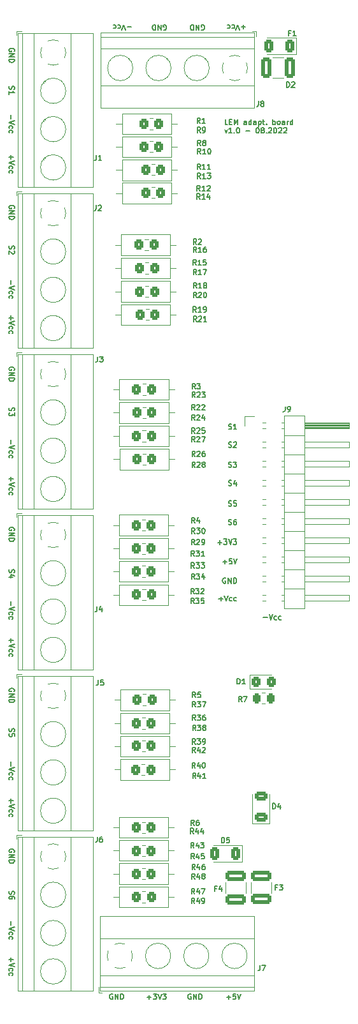
<source format=gto>
G04 #@! TF.GenerationSoftware,KiCad,Pcbnew,(6.0.6)*
G04 #@! TF.CreationDate,2022-08-29T10:44:39+02:00*
G04 #@! TF.ProjectId,lem-adapter-board,6c656d2d-6164-4617-9074-65722d626f61,rev?*
G04 #@! TF.SameCoordinates,Original*
G04 #@! TF.FileFunction,Legend,Top*
G04 #@! TF.FilePolarity,Positive*
%FSLAX46Y46*%
G04 Gerber Fmt 4.6, Leading zero omitted, Abs format (unit mm)*
G04 Created by KiCad (PCBNEW (6.0.6)) date 2022-08-29 10:44:39*
%MOMM*%
%LPD*%
G01*
G04 APERTURE LIST*
G04 Aperture macros list*
%AMRoundRect*
0 Rectangle with rounded corners*
0 $1 Rounding radius*
0 $2 $3 $4 $5 $6 $7 $8 $9 X,Y pos of 4 corners*
0 Add a 4 corners polygon primitive as box body*
4,1,4,$2,$3,$4,$5,$6,$7,$8,$9,$2,$3,0*
0 Add four circle primitives for the rounded corners*
1,1,$1+$1,$2,$3*
1,1,$1+$1,$4,$5*
1,1,$1+$1,$6,$7*
1,1,$1+$1,$8,$9*
0 Add four rect primitives between the rounded corners*
20,1,$1+$1,$2,$3,$4,$5,0*
20,1,$1+$1,$4,$5,$6,$7,0*
20,1,$1+$1,$6,$7,$8,$9,0*
20,1,$1+$1,$8,$9,$2,$3,0*%
G04 Aperture macros list end*
%ADD10C,0.150000*%
%ADD11C,0.120000*%
%ADD12C,1.600000*%
%ADD13O,1.600000X1.600000*%
%ADD14R,2.600000X2.600000*%
%ADD15C,2.600000*%
%ADD16RoundRect,0.250000X-0.400000X-1.075000X0.400000X-1.075000X0.400000X1.075000X-0.400000X1.075000X0*%
%ADD17RoundRect,0.250000X-0.350000X-0.450000X0.350000X-0.450000X0.350000X0.450000X-0.350000X0.450000X0*%
%ADD18RoundRect,0.250000X0.350000X0.450000X-0.350000X0.450000X-0.350000X-0.450000X0.350000X-0.450000X0*%
%ADD19C,3.200000*%
%ADD20RoundRect,0.250000X1.075000X-0.400000X1.075000X0.400000X-1.075000X0.400000X-1.075000X-0.400000X0*%
%ADD21R,1.700000X1.700000*%
%ADD22O,1.700000X1.700000*%
%ADD23RoundRect,0.250000X-0.262500X-0.450000X0.262500X-0.450000X0.262500X0.450000X-0.262500X0.450000X0*%
%ADD24RoundRect,0.250000X0.375000X0.625000X-0.375000X0.625000X-0.375000X-0.625000X0.375000X-0.625000X0*%
%ADD25RoundRect,0.250000X0.625000X-0.375000X0.625000X0.375000X-0.625000X0.375000X-0.625000X-0.375000X0*%
%ADD26RoundRect,0.250000X-0.325000X-0.450000X0.325000X-0.450000X0.325000X0.450000X-0.325000X0.450000X0*%
G04 APERTURE END LIST*
D10*
X36418000Y-16510066D02*
X36451333Y-16443400D01*
X36451333Y-16343400D01*
X36418000Y-16243400D01*
X36351333Y-16176733D01*
X36284666Y-16143400D01*
X36151333Y-16110066D01*
X36051333Y-16110066D01*
X35918000Y-16143400D01*
X35851333Y-16176733D01*
X35784666Y-16243400D01*
X35751333Y-16343400D01*
X35751333Y-16410066D01*
X35784666Y-16510066D01*
X35818000Y-16543400D01*
X36051333Y-16543400D01*
X36051333Y-16410066D01*
X35751333Y-16843400D02*
X36451333Y-16843400D01*
X35751333Y-17243400D01*
X36451333Y-17243400D01*
X35751333Y-17576733D02*
X36451333Y-17576733D01*
X36451333Y-17743400D01*
X36418000Y-17843400D01*
X36351333Y-17910066D01*
X36284666Y-17943400D01*
X36151333Y-17976733D01*
X36051333Y-17976733D01*
X35918000Y-17943400D01*
X35851333Y-17910066D01*
X35784666Y-17843400D01*
X35751333Y-17743400D01*
X35751333Y-17576733D01*
X64917666Y-76788133D02*
X65017666Y-76821466D01*
X65184333Y-76821466D01*
X65251000Y-76788133D01*
X65284333Y-76754800D01*
X65317666Y-76688133D01*
X65317666Y-76621466D01*
X65284333Y-76554800D01*
X65251000Y-76521466D01*
X65184333Y-76488133D01*
X65051000Y-76454800D01*
X64984333Y-76421466D01*
X64951000Y-76388133D01*
X64917666Y-76321466D01*
X64917666Y-76254800D01*
X64951000Y-76188133D01*
X64984333Y-76154800D01*
X65051000Y-76121466D01*
X65217666Y-76121466D01*
X65317666Y-76154800D01*
X65951000Y-76121466D02*
X65617666Y-76121466D01*
X65584333Y-76454800D01*
X65617666Y-76421466D01*
X65684333Y-76388133D01*
X65851000Y-76388133D01*
X65917666Y-76421466D01*
X65951000Y-76454800D01*
X65984333Y-76521466D01*
X65984333Y-76688133D01*
X65951000Y-76754800D01*
X65917666Y-76788133D01*
X65851000Y-76821466D01*
X65684333Y-76821466D01*
X65617666Y-76788133D01*
X65584333Y-76754800D01*
X36018000Y-46890133D02*
X36018000Y-47423466D01*
X36451333Y-47656800D02*
X35751333Y-47890133D01*
X36451333Y-48123466D01*
X35784666Y-48656800D02*
X35751333Y-48590133D01*
X35751333Y-48456800D01*
X35784666Y-48390133D01*
X35818000Y-48356800D01*
X35884666Y-48323466D01*
X36084666Y-48323466D01*
X36151333Y-48356800D01*
X36184666Y-48390133D01*
X36218000Y-48456800D01*
X36218000Y-48590133D01*
X36184666Y-48656800D01*
X35784666Y-49256800D02*
X35751333Y-49190133D01*
X35751333Y-49056800D01*
X35784666Y-48990133D01*
X35818000Y-48956800D01*
X35884666Y-48923466D01*
X36084666Y-48923466D01*
X36151333Y-48956800D01*
X36184666Y-48990133D01*
X36218000Y-49056800D01*
X36218000Y-49190133D01*
X36184666Y-49256800D01*
X36018000Y-68022933D02*
X36018000Y-68556266D01*
X36451333Y-68789600D02*
X35751333Y-69022933D01*
X36451333Y-69256266D01*
X35784666Y-69789600D02*
X35751333Y-69722933D01*
X35751333Y-69589600D01*
X35784666Y-69522933D01*
X35818000Y-69489600D01*
X35884666Y-69456266D01*
X36084666Y-69456266D01*
X36151333Y-69489600D01*
X36184666Y-69522933D01*
X36218000Y-69589600D01*
X36218000Y-69722933D01*
X36184666Y-69789600D01*
X35784666Y-70389600D02*
X35751333Y-70322933D01*
X35751333Y-70189600D01*
X35784666Y-70122933D01*
X35818000Y-70089600D01*
X35884666Y-70056266D01*
X36084666Y-70056266D01*
X36151333Y-70089600D01*
X36184666Y-70122933D01*
X36218000Y-70189600D01*
X36218000Y-70322933D01*
X36184666Y-70389600D01*
X49504666Y-141534400D02*
X49438000Y-141501066D01*
X49338000Y-141501066D01*
X49238000Y-141534400D01*
X49171333Y-141601066D01*
X49138000Y-141667733D01*
X49104666Y-141801066D01*
X49104666Y-141901066D01*
X49138000Y-142034400D01*
X49171333Y-142101066D01*
X49238000Y-142167733D01*
X49338000Y-142201066D01*
X49404666Y-142201066D01*
X49504666Y-142167733D01*
X49538000Y-142134400D01*
X49538000Y-141901066D01*
X49404666Y-141901066D01*
X49838000Y-142201066D02*
X49838000Y-141501066D01*
X50238000Y-142201066D01*
X50238000Y-141501066D01*
X50571333Y-142201066D02*
X50571333Y-141501066D01*
X50738000Y-141501066D01*
X50838000Y-141534400D01*
X50904666Y-141601066D01*
X50938000Y-141667733D01*
X50971333Y-141801066D01*
X50971333Y-141901066D01*
X50938000Y-142034400D01*
X50904666Y-142101066D01*
X50838000Y-142167733D01*
X50738000Y-142201066D01*
X50571333Y-142201066D01*
X64151000Y-84225600D02*
X64684333Y-84225600D01*
X64417666Y-84492266D02*
X64417666Y-83958933D01*
X65351000Y-83792266D02*
X65017666Y-83792266D01*
X64984333Y-84125600D01*
X65017666Y-84092266D01*
X65084333Y-84058933D01*
X65251000Y-84058933D01*
X65317666Y-84092266D01*
X65351000Y-84125600D01*
X65384333Y-84192266D01*
X65384333Y-84358933D01*
X65351000Y-84425600D01*
X65317666Y-84458933D01*
X65251000Y-84492266D01*
X65084333Y-84492266D01*
X65017666Y-84458933D01*
X64984333Y-84425600D01*
X65584333Y-83792266D02*
X65817666Y-84492266D01*
X66051000Y-83792266D01*
X36418000Y-122707466D02*
X36451333Y-122640800D01*
X36451333Y-122540800D01*
X36418000Y-122440800D01*
X36351333Y-122374133D01*
X36284666Y-122340800D01*
X36151333Y-122307466D01*
X36051333Y-122307466D01*
X35918000Y-122340800D01*
X35851333Y-122374133D01*
X35784666Y-122440800D01*
X35751333Y-122540800D01*
X35751333Y-122607466D01*
X35784666Y-122707466D01*
X35818000Y-122740800D01*
X36051333Y-122740800D01*
X36051333Y-122607466D01*
X35751333Y-123040800D02*
X36451333Y-123040800D01*
X35751333Y-123440800D01*
X36451333Y-123440800D01*
X35751333Y-123774133D02*
X36451333Y-123774133D01*
X36451333Y-123940800D01*
X36418000Y-124040800D01*
X36351333Y-124107466D01*
X36284666Y-124140800D01*
X36151333Y-124174133D01*
X36051333Y-124174133D01*
X35918000Y-124140800D01*
X35851333Y-124107466D01*
X35784666Y-124040800D01*
X35751333Y-123940800D01*
X35751333Y-123774133D01*
X51966666Y-13259600D02*
X51433333Y-13259600D01*
X51200000Y-13692933D02*
X50966666Y-12992933D01*
X50733333Y-13692933D01*
X50200000Y-13026266D02*
X50266666Y-12992933D01*
X50400000Y-12992933D01*
X50466666Y-13026266D01*
X50500000Y-13059600D01*
X50533333Y-13126266D01*
X50533333Y-13326266D01*
X50500000Y-13392933D01*
X50466666Y-13426266D01*
X50400000Y-13459600D01*
X50266666Y-13459600D01*
X50200000Y-13426266D01*
X49600000Y-13026266D02*
X49666666Y-12992933D01*
X49800000Y-12992933D01*
X49866666Y-13026266D01*
X49900000Y-13059600D01*
X49933333Y-13126266D01*
X49933333Y-13326266D01*
X49900000Y-13392933D01*
X49866666Y-13426266D01*
X49800000Y-13459600D01*
X49666666Y-13459600D01*
X49600000Y-13426266D01*
X35784666Y-21132866D02*
X35751333Y-21232866D01*
X35751333Y-21399533D01*
X35784666Y-21466200D01*
X35818000Y-21499533D01*
X35884666Y-21532866D01*
X35951333Y-21532866D01*
X36018000Y-21499533D01*
X36051333Y-21466200D01*
X36084666Y-21399533D01*
X36118000Y-21266200D01*
X36151333Y-21199533D01*
X36184666Y-21166200D01*
X36251333Y-21132866D01*
X36318000Y-21132866D01*
X36384666Y-21166200D01*
X36418000Y-21199533D01*
X36451333Y-21266200D01*
X36451333Y-21432866D01*
X36418000Y-21532866D01*
X35751333Y-22199533D02*
X35751333Y-21799533D01*
X35751333Y-21999533D02*
X36451333Y-21999533D01*
X36351333Y-21932866D01*
X36284666Y-21866200D01*
X36251333Y-21799533D01*
X35784666Y-106324466D02*
X35751333Y-106424466D01*
X35751333Y-106591133D01*
X35784666Y-106657800D01*
X35818000Y-106691133D01*
X35884666Y-106724466D01*
X35951333Y-106724466D01*
X36018000Y-106691133D01*
X36051333Y-106657800D01*
X36084666Y-106591133D01*
X36118000Y-106457800D01*
X36151333Y-106391133D01*
X36184666Y-106357800D01*
X36251333Y-106324466D01*
X36318000Y-106324466D01*
X36384666Y-106357800D01*
X36418000Y-106391133D01*
X36451333Y-106457800D01*
X36451333Y-106624466D01*
X36418000Y-106724466D01*
X36451333Y-107357800D02*
X36451333Y-107024466D01*
X36118000Y-106991133D01*
X36151333Y-107024466D01*
X36184666Y-107091133D01*
X36184666Y-107257800D01*
X36151333Y-107324466D01*
X36118000Y-107357800D01*
X36051333Y-107391133D01*
X35884666Y-107391133D01*
X35818000Y-107357800D01*
X35784666Y-107324466D01*
X35751333Y-107257800D01*
X35751333Y-107091133D01*
X35784666Y-107024466D01*
X35818000Y-106991133D01*
X36018000Y-94362733D02*
X36018000Y-94896066D01*
X35751333Y-94629400D02*
X36284666Y-94629400D01*
X36451333Y-95129400D02*
X35751333Y-95362733D01*
X36451333Y-95596066D01*
X35784666Y-96129400D02*
X35751333Y-96062733D01*
X35751333Y-95929400D01*
X35784666Y-95862733D01*
X35818000Y-95829400D01*
X35884666Y-95796066D01*
X36084666Y-95796066D01*
X36151333Y-95829400D01*
X36184666Y-95862733D01*
X36218000Y-95929400D01*
X36218000Y-96062733D01*
X36184666Y-96129400D01*
X35784666Y-96729400D02*
X35751333Y-96662733D01*
X35751333Y-96529400D01*
X35784666Y-96462733D01*
X35818000Y-96429400D01*
X35884666Y-96396066D01*
X36084666Y-96396066D01*
X36151333Y-96429400D01*
X36184666Y-96462733D01*
X36218000Y-96529400D01*
X36218000Y-96662733D01*
X36184666Y-96729400D01*
X35784666Y-85242466D02*
X35751333Y-85342466D01*
X35751333Y-85509133D01*
X35784666Y-85575800D01*
X35818000Y-85609133D01*
X35884666Y-85642466D01*
X35951333Y-85642466D01*
X36018000Y-85609133D01*
X36051333Y-85575800D01*
X36084666Y-85509133D01*
X36118000Y-85375800D01*
X36151333Y-85309133D01*
X36184666Y-85275800D01*
X36251333Y-85242466D01*
X36318000Y-85242466D01*
X36384666Y-85275800D01*
X36418000Y-85309133D01*
X36451333Y-85375800D01*
X36451333Y-85542466D01*
X36418000Y-85642466D01*
X36218000Y-86242466D02*
X35751333Y-86242466D01*
X36484666Y-86075800D02*
X35984666Y-85909133D01*
X35984666Y-86342466D01*
X36018000Y-72950533D02*
X36018000Y-73483866D01*
X35751333Y-73217200D02*
X36284666Y-73217200D01*
X36451333Y-73717200D02*
X35751333Y-73950533D01*
X36451333Y-74183866D01*
X35784666Y-74717200D02*
X35751333Y-74650533D01*
X35751333Y-74517200D01*
X35784666Y-74450533D01*
X35818000Y-74417200D01*
X35884666Y-74383866D01*
X36084666Y-74383866D01*
X36151333Y-74417200D01*
X36184666Y-74450533D01*
X36218000Y-74517200D01*
X36218000Y-74650533D01*
X36184666Y-74717200D01*
X35784666Y-75317200D02*
X35751333Y-75250533D01*
X35751333Y-75117200D01*
X35784666Y-75050533D01*
X35818000Y-75017200D01*
X35884666Y-74983866D01*
X36084666Y-74983866D01*
X36151333Y-75017200D01*
X36184666Y-75050533D01*
X36218000Y-75117200D01*
X36218000Y-75250533D01*
X36184666Y-75317200D01*
X36018000Y-51563733D02*
X36018000Y-52097066D01*
X35751333Y-51830400D02*
X36284666Y-51830400D01*
X36451333Y-52330400D02*
X35751333Y-52563733D01*
X36451333Y-52797066D01*
X35784666Y-53330400D02*
X35751333Y-53263733D01*
X35751333Y-53130400D01*
X35784666Y-53063733D01*
X35818000Y-53030400D01*
X35884666Y-52997066D01*
X36084666Y-52997066D01*
X36151333Y-53030400D01*
X36184666Y-53063733D01*
X36218000Y-53130400D01*
X36218000Y-53263733D01*
X36184666Y-53330400D01*
X35784666Y-53930400D02*
X35751333Y-53863733D01*
X35751333Y-53730400D01*
X35784666Y-53663733D01*
X35818000Y-53630400D01*
X35884666Y-53597066D01*
X36084666Y-53597066D01*
X36151333Y-53630400D01*
X36184666Y-53663733D01*
X36218000Y-53730400D01*
X36218000Y-53863733D01*
X36184666Y-53930400D01*
X36018000Y-24944533D02*
X36018000Y-25477866D01*
X36451333Y-25711200D02*
X35751333Y-25944533D01*
X36451333Y-26177866D01*
X35784666Y-26711200D02*
X35751333Y-26644533D01*
X35751333Y-26511200D01*
X35784666Y-26444533D01*
X35818000Y-26411200D01*
X35884666Y-26377866D01*
X36084666Y-26377866D01*
X36151333Y-26411200D01*
X36184666Y-26444533D01*
X36218000Y-26511200D01*
X36218000Y-26644533D01*
X36184666Y-26711200D01*
X35784666Y-27311200D02*
X35751333Y-27244533D01*
X35751333Y-27111200D01*
X35784666Y-27044533D01*
X35818000Y-27011200D01*
X35884666Y-26977866D01*
X36084666Y-26977866D01*
X36151333Y-27011200D01*
X36184666Y-27044533D01*
X36218000Y-27111200D01*
X36218000Y-27244533D01*
X36184666Y-27311200D01*
X36018000Y-110745733D02*
X36018000Y-111279066D01*
X36451333Y-111512400D02*
X35751333Y-111745733D01*
X36451333Y-111979066D01*
X35784666Y-112512400D02*
X35751333Y-112445733D01*
X35751333Y-112312400D01*
X35784666Y-112245733D01*
X35818000Y-112212400D01*
X35884666Y-112179066D01*
X36084666Y-112179066D01*
X36151333Y-112212400D01*
X36184666Y-112245733D01*
X36218000Y-112312400D01*
X36218000Y-112445733D01*
X36184666Y-112512400D01*
X35784666Y-113112400D02*
X35751333Y-113045733D01*
X35751333Y-112912400D01*
X35784666Y-112845733D01*
X35818000Y-112812400D01*
X35884666Y-112779066D01*
X36084666Y-112779066D01*
X36151333Y-112812400D01*
X36184666Y-112845733D01*
X36218000Y-112912400D01*
X36218000Y-113045733D01*
X36184666Y-113112400D01*
X35784666Y-63779466D02*
X35751333Y-63879466D01*
X35751333Y-64046133D01*
X35784666Y-64112800D01*
X35818000Y-64146133D01*
X35884666Y-64179466D01*
X35951333Y-64179466D01*
X36018000Y-64146133D01*
X36051333Y-64112800D01*
X36084666Y-64046133D01*
X36118000Y-63912800D01*
X36151333Y-63846133D01*
X36184666Y-63812800D01*
X36251333Y-63779466D01*
X36318000Y-63779466D01*
X36384666Y-63812800D01*
X36418000Y-63846133D01*
X36451333Y-63912800D01*
X36451333Y-64079466D01*
X36418000Y-64179466D01*
X36451333Y-64412800D02*
X36451333Y-64846133D01*
X36184666Y-64612800D01*
X36184666Y-64712800D01*
X36151333Y-64779466D01*
X36118000Y-64812800D01*
X36051333Y-64846133D01*
X35884666Y-64846133D01*
X35818000Y-64812800D01*
X35784666Y-64779466D01*
X35751333Y-64712800D01*
X35751333Y-64512800D01*
X35784666Y-64446133D01*
X35818000Y-64412800D01*
X36018000Y-115647933D02*
X36018000Y-116181266D01*
X35751333Y-115914600D02*
X36284666Y-115914600D01*
X36451333Y-116414600D02*
X35751333Y-116647933D01*
X36451333Y-116881266D01*
X35784666Y-117414600D02*
X35751333Y-117347933D01*
X35751333Y-117214600D01*
X35784666Y-117147933D01*
X35818000Y-117114600D01*
X35884666Y-117081266D01*
X36084666Y-117081266D01*
X36151333Y-117114600D01*
X36184666Y-117147933D01*
X36218000Y-117214600D01*
X36218000Y-117347933D01*
X36184666Y-117414600D01*
X35784666Y-118014600D02*
X35751333Y-117947933D01*
X35751333Y-117814600D01*
X35784666Y-117747933D01*
X35818000Y-117714600D01*
X35884666Y-117681266D01*
X36084666Y-117681266D01*
X36151333Y-117714600D01*
X36184666Y-117747933D01*
X36218000Y-117814600D01*
X36218000Y-117947933D01*
X36184666Y-118014600D01*
X69546933Y-91617000D02*
X70080266Y-91617000D01*
X70313600Y-91183666D02*
X70546933Y-91883666D01*
X70780266Y-91183666D01*
X71313600Y-91850333D02*
X71246933Y-91883666D01*
X71113600Y-91883666D01*
X71046933Y-91850333D01*
X71013600Y-91817000D01*
X70980266Y-91750333D01*
X70980266Y-91550333D01*
X71013600Y-91483666D01*
X71046933Y-91450333D01*
X71113600Y-91417000D01*
X71246933Y-91417000D01*
X71313600Y-91450333D01*
X71913600Y-91850333D02*
X71846933Y-91883666D01*
X71713600Y-91883666D01*
X71646933Y-91850333D01*
X71613600Y-91817000D01*
X71580266Y-91750333D01*
X71580266Y-91550333D01*
X71613600Y-91483666D01*
X71646933Y-91450333D01*
X71713600Y-91417000D01*
X71846933Y-91417000D01*
X71913600Y-91450333D01*
X64917666Y-66602733D02*
X65017666Y-66636066D01*
X65184333Y-66636066D01*
X65251000Y-66602733D01*
X65284333Y-66569400D01*
X65317666Y-66502733D01*
X65317666Y-66436066D01*
X65284333Y-66369400D01*
X65251000Y-66336066D01*
X65184333Y-66302733D01*
X65051000Y-66269400D01*
X64984333Y-66236066D01*
X64951000Y-66202733D01*
X64917666Y-66136066D01*
X64917666Y-66069400D01*
X64951000Y-66002733D01*
X64984333Y-65969400D01*
X65051000Y-65936066D01*
X65217666Y-65936066D01*
X65317666Y-65969400D01*
X65984333Y-66636066D02*
X65584333Y-66636066D01*
X65784333Y-66636066D02*
X65784333Y-65936066D01*
X65717666Y-66036066D01*
X65651000Y-66102733D01*
X65584333Y-66136066D01*
X36418000Y-58775666D02*
X36451333Y-58709000D01*
X36451333Y-58609000D01*
X36418000Y-58509000D01*
X36351333Y-58442333D01*
X36284666Y-58409000D01*
X36151333Y-58375666D01*
X36051333Y-58375666D01*
X35918000Y-58409000D01*
X35851333Y-58442333D01*
X35784666Y-58509000D01*
X35751333Y-58609000D01*
X35751333Y-58675666D01*
X35784666Y-58775666D01*
X35818000Y-58809000D01*
X36051333Y-58809000D01*
X36051333Y-58675666D01*
X35751333Y-59109000D02*
X36451333Y-59109000D01*
X35751333Y-59509000D01*
X36451333Y-59509000D01*
X35751333Y-59842333D02*
X36451333Y-59842333D01*
X36451333Y-60009000D01*
X36418000Y-60109000D01*
X36351333Y-60175666D01*
X36284666Y-60209000D01*
X36151333Y-60242333D01*
X36051333Y-60242333D01*
X35918000Y-60209000D01*
X35851333Y-60175666D01*
X35784666Y-60109000D01*
X35751333Y-60009000D01*
X35751333Y-59842333D01*
X36418000Y-37338066D02*
X36451333Y-37271400D01*
X36451333Y-37171400D01*
X36418000Y-37071400D01*
X36351333Y-37004733D01*
X36284666Y-36971400D01*
X36151333Y-36938066D01*
X36051333Y-36938066D01*
X35918000Y-36971400D01*
X35851333Y-37004733D01*
X35784666Y-37071400D01*
X35751333Y-37171400D01*
X35751333Y-37238066D01*
X35784666Y-37338066D01*
X35818000Y-37371400D01*
X36051333Y-37371400D01*
X36051333Y-37238066D01*
X35751333Y-37671400D02*
X36451333Y-37671400D01*
X35751333Y-38071400D01*
X36451333Y-38071400D01*
X35751333Y-38404733D02*
X36451333Y-38404733D01*
X36451333Y-38571400D01*
X36418000Y-38671400D01*
X36351333Y-38738066D01*
X36284666Y-38771400D01*
X36151333Y-38804733D01*
X36051333Y-38804733D01*
X35918000Y-38771400D01*
X35851333Y-38738066D01*
X35784666Y-38671400D01*
X35751333Y-38571400D01*
X35751333Y-38404733D01*
X59918666Y-141534400D02*
X59852000Y-141501066D01*
X59752000Y-141501066D01*
X59652000Y-141534400D01*
X59585333Y-141601066D01*
X59552000Y-141667733D01*
X59518666Y-141801066D01*
X59518666Y-141901066D01*
X59552000Y-142034400D01*
X59585333Y-142101066D01*
X59652000Y-142167733D01*
X59752000Y-142201066D01*
X59818666Y-142201066D01*
X59918666Y-142167733D01*
X59952000Y-142134400D01*
X59952000Y-141901066D01*
X59818666Y-141901066D01*
X60252000Y-142201066D02*
X60252000Y-141501066D01*
X60652000Y-142201066D01*
X60652000Y-141501066D01*
X60985333Y-142201066D02*
X60985333Y-141501066D01*
X61152000Y-141501066D01*
X61252000Y-141534400D01*
X61318666Y-141601066D01*
X61352000Y-141667733D01*
X61385333Y-141801066D01*
X61385333Y-141901066D01*
X61352000Y-142034400D01*
X61318666Y-142101066D01*
X61252000Y-142167733D01*
X61152000Y-142201066D01*
X60985333Y-142201066D01*
X64917666Y-71631933D02*
X65017666Y-71665266D01*
X65184333Y-71665266D01*
X65251000Y-71631933D01*
X65284333Y-71598600D01*
X65317666Y-71531933D01*
X65317666Y-71465266D01*
X65284333Y-71398600D01*
X65251000Y-71365266D01*
X65184333Y-71331933D01*
X65051000Y-71298600D01*
X64984333Y-71265266D01*
X64951000Y-71231933D01*
X64917666Y-71165266D01*
X64917666Y-71098600D01*
X64951000Y-71031933D01*
X64984333Y-70998600D01*
X65051000Y-70965266D01*
X65217666Y-70965266D01*
X65317666Y-70998600D01*
X65551000Y-70965266D02*
X65984333Y-70965266D01*
X65751000Y-71231933D01*
X65851000Y-71231933D01*
X65917666Y-71265266D01*
X65951000Y-71298600D01*
X65984333Y-71365266D01*
X65984333Y-71531933D01*
X65951000Y-71598600D01*
X65917666Y-71631933D01*
X65851000Y-71665266D01*
X65651000Y-71665266D01*
X65584333Y-71631933D01*
X65551000Y-71598600D01*
X64917666Y-74070333D02*
X65017666Y-74103666D01*
X65184333Y-74103666D01*
X65251000Y-74070333D01*
X65284333Y-74037000D01*
X65317666Y-73970333D01*
X65317666Y-73903666D01*
X65284333Y-73837000D01*
X65251000Y-73803666D01*
X65184333Y-73770333D01*
X65051000Y-73737000D01*
X64984333Y-73703666D01*
X64951000Y-73670333D01*
X64917666Y-73603666D01*
X64917666Y-73537000D01*
X64951000Y-73470333D01*
X64984333Y-73437000D01*
X65051000Y-73403666D01*
X65217666Y-73403666D01*
X65317666Y-73437000D01*
X65917666Y-73637000D02*
X65917666Y-74103666D01*
X65751000Y-73370333D02*
X65584333Y-73870333D01*
X66017666Y-73870333D01*
X35784666Y-127889066D02*
X35751333Y-127989066D01*
X35751333Y-128155733D01*
X35784666Y-128222400D01*
X35818000Y-128255733D01*
X35884666Y-128289066D01*
X35951333Y-128289066D01*
X36018000Y-128255733D01*
X36051333Y-128222400D01*
X36084666Y-128155733D01*
X36118000Y-128022400D01*
X36151333Y-127955733D01*
X36184666Y-127922400D01*
X36251333Y-127889066D01*
X36318000Y-127889066D01*
X36384666Y-127922400D01*
X36418000Y-127955733D01*
X36451333Y-128022400D01*
X36451333Y-128189066D01*
X36418000Y-128289066D01*
X36451333Y-128889066D02*
X36451333Y-128755733D01*
X36418000Y-128689066D01*
X36384666Y-128655733D01*
X36284666Y-128589066D01*
X36151333Y-128555733D01*
X35884666Y-128555733D01*
X35818000Y-128589066D01*
X35784666Y-128622400D01*
X35751333Y-128689066D01*
X35751333Y-128822400D01*
X35784666Y-128889066D01*
X35818000Y-128922400D01*
X35884666Y-128955733D01*
X36051333Y-128955733D01*
X36118000Y-128922400D01*
X36151333Y-128889066D01*
X36184666Y-128822400D01*
X36184666Y-128689066D01*
X36151333Y-128622400D01*
X36118000Y-128589066D01*
X36051333Y-128555733D01*
X36018000Y-89435133D02*
X36018000Y-89968466D01*
X36451333Y-90201800D02*
X35751333Y-90435133D01*
X36451333Y-90668466D01*
X35784666Y-91201800D02*
X35751333Y-91135133D01*
X35751333Y-91001800D01*
X35784666Y-90935133D01*
X35818000Y-90901800D01*
X35884666Y-90868466D01*
X36084666Y-90868466D01*
X36151333Y-90901800D01*
X36184666Y-90935133D01*
X36218000Y-91001800D01*
X36218000Y-91135133D01*
X36184666Y-91201800D01*
X35784666Y-91801800D02*
X35751333Y-91735133D01*
X35751333Y-91601800D01*
X35784666Y-91535133D01*
X35818000Y-91501800D01*
X35884666Y-91468466D01*
X36084666Y-91468466D01*
X36151333Y-91501800D01*
X36184666Y-91535133D01*
X36218000Y-91601800D01*
X36218000Y-91735133D01*
X36184666Y-91801800D01*
X54113266Y-141934400D02*
X54646600Y-141934400D01*
X54379933Y-142201066D02*
X54379933Y-141667733D01*
X54913266Y-141501066D02*
X55346600Y-141501066D01*
X55113266Y-141767733D01*
X55213266Y-141767733D01*
X55279933Y-141801066D01*
X55313266Y-141834400D01*
X55346600Y-141901066D01*
X55346600Y-142067733D01*
X55313266Y-142134400D01*
X55279933Y-142167733D01*
X55213266Y-142201066D01*
X55013266Y-142201066D01*
X54946600Y-142167733D01*
X54913266Y-142134400D01*
X55546600Y-141501066D02*
X55779933Y-142201066D01*
X56013266Y-141501066D01*
X56179933Y-141501066D02*
X56613266Y-141501066D01*
X56379933Y-141767733D01*
X56479933Y-141767733D01*
X56546600Y-141801066D01*
X56579933Y-141834400D01*
X56613266Y-141901066D01*
X56613266Y-142067733D01*
X56579933Y-142134400D01*
X56546600Y-142167733D01*
X56479933Y-142201066D01*
X56279933Y-142201066D01*
X56213266Y-142167733D01*
X56179933Y-142134400D01*
X36418000Y-101396866D02*
X36451333Y-101330200D01*
X36451333Y-101230200D01*
X36418000Y-101130200D01*
X36351333Y-101063533D01*
X36284666Y-101030200D01*
X36151333Y-100996866D01*
X36051333Y-100996866D01*
X35918000Y-101030200D01*
X35851333Y-101063533D01*
X35784666Y-101130200D01*
X35751333Y-101230200D01*
X35751333Y-101296866D01*
X35784666Y-101396866D01*
X35818000Y-101430200D01*
X36051333Y-101430200D01*
X36051333Y-101296866D01*
X35751333Y-101730200D02*
X36451333Y-101730200D01*
X35751333Y-102130200D01*
X36451333Y-102130200D01*
X35751333Y-102463533D02*
X36451333Y-102463533D01*
X36451333Y-102630200D01*
X36418000Y-102730200D01*
X36351333Y-102796866D01*
X36284666Y-102830200D01*
X36151333Y-102863533D01*
X36051333Y-102863533D01*
X35918000Y-102830200D01*
X35851333Y-102796866D01*
X35784666Y-102730200D01*
X35751333Y-102630200D01*
X35751333Y-102463533D01*
X64917666Y-79251933D02*
X65017666Y-79285266D01*
X65184333Y-79285266D01*
X65251000Y-79251933D01*
X65284333Y-79218600D01*
X65317666Y-79151933D01*
X65317666Y-79085266D01*
X65284333Y-79018600D01*
X65251000Y-78985266D01*
X65184333Y-78951933D01*
X65051000Y-78918600D01*
X64984333Y-78885266D01*
X64951000Y-78851933D01*
X64917666Y-78785266D01*
X64917666Y-78718600D01*
X64951000Y-78651933D01*
X64984333Y-78618600D01*
X65051000Y-78585266D01*
X65217666Y-78585266D01*
X65317666Y-78618600D01*
X65917666Y-78585266D02*
X65784333Y-78585266D01*
X65717666Y-78618600D01*
X65684333Y-78651933D01*
X65617666Y-78751933D01*
X65584333Y-78885266D01*
X65584333Y-79151933D01*
X65617666Y-79218600D01*
X65651000Y-79251933D01*
X65717666Y-79285266D01*
X65851000Y-79285266D01*
X65917666Y-79251933D01*
X65951000Y-79218600D01*
X65984333Y-79151933D01*
X65984333Y-78985266D01*
X65951000Y-78918600D01*
X65917666Y-78885266D01*
X65851000Y-78851933D01*
X65717666Y-78851933D01*
X65651000Y-78885266D01*
X65617666Y-78918600D01*
X65584333Y-78985266D01*
X36018000Y-136679133D02*
X36018000Y-137212466D01*
X35751333Y-136945800D02*
X36284666Y-136945800D01*
X36451333Y-137445800D02*
X35751333Y-137679133D01*
X36451333Y-137912466D01*
X35784666Y-138445800D02*
X35751333Y-138379133D01*
X35751333Y-138245800D01*
X35784666Y-138179133D01*
X35818000Y-138145800D01*
X35884666Y-138112466D01*
X36084666Y-138112466D01*
X36151333Y-138145800D01*
X36184666Y-138179133D01*
X36218000Y-138245800D01*
X36218000Y-138379133D01*
X36184666Y-138445800D01*
X35784666Y-139045800D02*
X35751333Y-138979133D01*
X35751333Y-138845800D01*
X35784666Y-138779133D01*
X35818000Y-138745800D01*
X35884666Y-138712466D01*
X36084666Y-138712466D01*
X36151333Y-138745800D01*
X36184666Y-138779133D01*
X36218000Y-138845800D01*
X36218000Y-138979133D01*
X36184666Y-139045800D01*
X63617666Y-89127800D02*
X64150999Y-89127800D01*
X63884333Y-89394466D02*
X63884333Y-88861133D01*
X64384333Y-88694466D02*
X64617666Y-89394466D01*
X64850999Y-88694466D01*
X65384333Y-89361133D02*
X65317666Y-89394466D01*
X65184333Y-89394466D01*
X65117666Y-89361133D01*
X65084333Y-89327800D01*
X65050999Y-89261133D01*
X65050999Y-89061133D01*
X65084333Y-88994466D01*
X65117666Y-88961133D01*
X65184333Y-88927800D01*
X65317666Y-88927800D01*
X65384333Y-88961133D01*
X65984333Y-89361133D02*
X65917666Y-89394466D01*
X65784333Y-89394466D01*
X65717666Y-89361133D01*
X65684333Y-89327800D01*
X65650999Y-89261133D01*
X65650999Y-89061133D01*
X65684333Y-88994466D01*
X65717666Y-88961133D01*
X65784333Y-88927800D01*
X65917666Y-88927800D01*
X65984333Y-88961133D01*
X64917666Y-68990333D02*
X65017666Y-69023666D01*
X65184333Y-69023666D01*
X65251000Y-68990333D01*
X65284333Y-68957000D01*
X65317666Y-68890333D01*
X65317666Y-68823666D01*
X65284333Y-68757000D01*
X65251000Y-68723666D01*
X65184333Y-68690333D01*
X65051000Y-68657000D01*
X64984333Y-68623666D01*
X64951000Y-68590333D01*
X64917666Y-68523666D01*
X64917666Y-68457000D01*
X64951000Y-68390333D01*
X64984333Y-68357000D01*
X65051000Y-68323666D01*
X65217666Y-68323666D01*
X65317666Y-68357000D01*
X65584333Y-68390333D02*
X65617666Y-68357000D01*
X65684333Y-68323666D01*
X65851000Y-68323666D01*
X65917666Y-68357000D01*
X65951000Y-68390333D01*
X65984333Y-68457000D01*
X65984333Y-68523666D01*
X65951000Y-68623666D01*
X65551000Y-69023666D01*
X65984333Y-69023666D01*
X63484333Y-81634800D02*
X64017667Y-81634800D01*
X63751000Y-81901466D02*
X63751000Y-81368133D01*
X64284333Y-81201466D02*
X64717667Y-81201466D01*
X64484333Y-81468133D01*
X64584333Y-81468133D01*
X64651000Y-81501466D01*
X64684333Y-81534800D01*
X64717667Y-81601466D01*
X64717667Y-81768133D01*
X64684333Y-81834800D01*
X64651000Y-81868133D01*
X64584333Y-81901466D01*
X64384333Y-81901466D01*
X64317667Y-81868133D01*
X64284333Y-81834800D01*
X64917667Y-81201466D02*
X65151000Y-81901466D01*
X65384333Y-81201466D01*
X65551000Y-81201466D02*
X65984333Y-81201466D01*
X65751000Y-81468133D01*
X65851000Y-81468133D01*
X65917667Y-81501466D01*
X65951000Y-81534800D01*
X65984333Y-81601466D01*
X65984333Y-81768133D01*
X65951000Y-81834800D01*
X65917667Y-81868133D01*
X65851000Y-81901466D01*
X65651000Y-81901466D01*
X65584333Y-81868133D01*
X65551000Y-81834800D01*
X36418000Y-80035466D02*
X36451333Y-79968800D01*
X36451333Y-79868800D01*
X36418000Y-79768800D01*
X36351333Y-79702133D01*
X36284666Y-79668800D01*
X36151333Y-79635466D01*
X36051333Y-79635466D01*
X35918000Y-79668800D01*
X35851333Y-79702133D01*
X35784666Y-79768800D01*
X35751333Y-79868800D01*
X35751333Y-79935466D01*
X35784666Y-80035466D01*
X35818000Y-80068800D01*
X36051333Y-80068800D01*
X36051333Y-79935466D01*
X35751333Y-80368800D02*
X36451333Y-80368800D01*
X35751333Y-80768800D01*
X36451333Y-80768800D01*
X35751333Y-81102133D02*
X36451333Y-81102133D01*
X36451333Y-81268800D01*
X36418000Y-81368800D01*
X36351333Y-81435466D01*
X36284666Y-81468800D01*
X36151333Y-81502133D01*
X36051333Y-81502133D01*
X35918000Y-81468800D01*
X35851333Y-81435466D01*
X35784666Y-81368800D01*
X35751333Y-81268800D01*
X35751333Y-81102133D01*
X36018000Y-131878533D02*
X36018000Y-132411866D01*
X36451333Y-132645200D02*
X35751333Y-132878533D01*
X36451333Y-133111866D01*
X35784666Y-133645200D02*
X35751333Y-133578533D01*
X35751333Y-133445200D01*
X35784666Y-133378533D01*
X35818000Y-133345200D01*
X35884666Y-133311866D01*
X36084666Y-133311866D01*
X36151333Y-133345200D01*
X36184666Y-133378533D01*
X36218000Y-133445200D01*
X36218000Y-133578533D01*
X36184666Y-133645200D01*
X35784666Y-134245200D02*
X35751333Y-134178533D01*
X35751333Y-134045200D01*
X35784666Y-133978533D01*
X35818000Y-133945200D01*
X35884666Y-133911866D01*
X36084666Y-133911866D01*
X36151333Y-133945200D01*
X36184666Y-133978533D01*
X36218000Y-134045200D01*
X36218000Y-134178533D01*
X36184666Y-134245200D01*
X36018000Y-30278533D02*
X36018000Y-30811866D01*
X35751333Y-30545200D02*
X36284666Y-30545200D01*
X36451333Y-31045200D02*
X35751333Y-31278533D01*
X36451333Y-31511866D01*
X35784666Y-32045200D02*
X35751333Y-31978533D01*
X35751333Y-31845200D01*
X35784666Y-31778533D01*
X35818000Y-31745200D01*
X35884666Y-31711866D01*
X36084666Y-31711866D01*
X36151333Y-31745200D01*
X36184666Y-31778533D01*
X36218000Y-31845200D01*
X36218000Y-31978533D01*
X36184666Y-32045200D01*
X35784666Y-32645200D02*
X35751333Y-32578533D01*
X35751333Y-32445200D01*
X35784666Y-32378533D01*
X35818000Y-32345200D01*
X35884666Y-32311866D01*
X36084666Y-32311866D01*
X36151333Y-32345200D01*
X36184666Y-32378533D01*
X36218000Y-32445200D01*
X36218000Y-32578533D01*
X36184666Y-32645200D01*
X35784666Y-42316466D02*
X35751333Y-42416466D01*
X35751333Y-42583133D01*
X35784666Y-42649800D01*
X35818000Y-42683133D01*
X35884666Y-42716466D01*
X35951333Y-42716466D01*
X36018000Y-42683133D01*
X36051333Y-42649800D01*
X36084666Y-42583133D01*
X36118000Y-42449800D01*
X36151333Y-42383133D01*
X36184666Y-42349800D01*
X36251333Y-42316466D01*
X36318000Y-42316466D01*
X36384666Y-42349800D01*
X36418000Y-42383133D01*
X36451333Y-42449800D01*
X36451333Y-42616466D01*
X36418000Y-42716466D01*
X36384666Y-42983133D02*
X36418000Y-43016466D01*
X36451333Y-43083133D01*
X36451333Y-43249800D01*
X36418000Y-43316466D01*
X36384666Y-43349800D01*
X36318000Y-43383133D01*
X36251333Y-43383133D01*
X36151333Y-43349800D01*
X35751333Y-42949800D01*
X35751333Y-43383133D01*
X64657400Y-141934400D02*
X65190733Y-141934400D01*
X64924066Y-142201066D02*
X64924066Y-141667733D01*
X65857400Y-141501066D02*
X65524066Y-141501066D01*
X65490733Y-141834400D01*
X65524066Y-141801066D01*
X65590733Y-141767733D01*
X65757400Y-141767733D01*
X65824066Y-141801066D01*
X65857400Y-141834400D01*
X65890733Y-141901066D01*
X65890733Y-142067733D01*
X65857400Y-142134400D01*
X65824066Y-142167733D01*
X65757400Y-142201066D01*
X65590733Y-142201066D01*
X65524066Y-142167733D01*
X65490733Y-142134400D01*
X66090733Y-141501066D02*
X66324066Y-142201066D01*
X66557400Y-141501066D01*
X64517666Y-86391000D02*
X64451000Y-86357666D01*
X64351000Y-86357666D01*
X64251000Y-86391000D01*
X64184333Y-86457666D01*
X64151000Y-86524333D01*
X64117666Y-86657666D01*
X64117666Y-86757666D01*
X64151000Y-86891000D01*
X64184333Y-86957666D01*
X64251000Y-87024333D01*
X64351000Y-87057666D01*
X64417666Y-87057666D01*
X64517666Y-87024333D01*
X64551000Y-86991000D01*
X64551000Y-86757666D01*
X64417666Y-86757666D01*
X64851000Y-87057666D02*
X64851000Y-86357666D01*
X65251000Y-87057666D01*
X65251000Y-86357666D01*
X65584333Y-87057666D02*
X65584333Y-86357666D01*
X65751000Y-86357666D01*
X65851000Y-86391000D01*
X65917666Y-86457666D01*
X65951000Y-86524333D01*
X65984333Y-86657666D01*
X65984333Y-86757666D01*
X65951000Y-86891000D01*
X65917666Y-86957666D01*
X65851000Y-87024333D01*
X65751000Y-87057666D01*
X65584333Y-87057666D01*
X64808700Y-26219966D02*
X64475366Y-26219966D01*
X64475366Y-25519966D01*
X65042033Y-25853300D02*
X65275366Y-25853300D01*
X65375366Y-26219966D02*
X65042033Y-26219966D01*
X65042033Y-25519966D01*
X65375366Y-25519966D01*
X65675366Y-26219966D02*
X65675366Y-25519966D01*
X65908700Y-26019966D01*
X66142033Y-25519966D01*
X66142033Y-26219966D01*
X67308700Y-26219966D02*
X67308700Y-25853300D01*
X67275366Y-25786633D01*
X67208700Y-25753300D01*
X67075366Y-25753300D01*
X67008700Y-25786633D01*
X67308700Y-26186633D02*
X67242033Y-26219966D01*
X67075366Y-26219966D01*
X67008700Y-26186633D01*
X66975366Y-26119966D01*
X66975366Y-26053300D01*
X67008700Y-25986633D01*
X67075366Y-25953300D01*
X67242033Y-25953300D01*
X67308700Y-25919966D01*
X67942033Y-26219966D02*
X67942033Y-25519966D01*
X67942033Y-26186633D02*
X67875366Y-26219966D01*
X67742033Y-26219966D01*
X67675366Y-26186633D01*
X67642033Y-26153300D01*
X67608700Y-26086633D01*
X67608700Y-25886633D01*
X67642033Y-25819966D01*
X67675366Y-25786633D01*
X67742033Y-25753300D01*
X67875366Y-25753300D01*
X67942033Y-25786633D01*
X68575366Y-26219966D02*
X68575366Y-25853300D01*
X68542033Y-25786633D01*
X68475366Y-25753300D01*
X68342033Y-25753300D01*
X68275366Y-25786633D01*
X68575366Y-26186633D02*
X68508700Y-26219966D01*
X68342033Y-26219966D01*
X68275366Y-26186633D01*
X68242033Y-26119966D01*
X68242033Y-26053300D01*
X68275366Y-25986633D01*
X68342033Y-25953300D01*
X68508700Y-25953300D01*
X68575366Y-25919966D01*
X68908700Y-25753300D02*
X68908700Y-26453300D01*
X68908700Y-25786633D02*
X68975366Y-25753300D01*
X69108700Y-25753300D01*
X69175366Y-25786633D01*
X69208700Y-25819966D01*
X69242033Y-25886633D01*
X69242033Y-26086633D01*
X69208700Y-26153300D01*
X69175366Y-26186633D01*
X69108700Y-26219966D01*
X68975366Y-26219966D01*
X68908700Y-26186633D01*
X69442033Y-25753300D02*
X69708700Y-25753300D01*
X69542033Y-25519966D02*
X69542033Y-26119966D01*
X69575366Y-26186633D01*
X69642033Y-26219966D01*
X69708700Y-26219966D01*
X69942033Y-26153300D02*
X69975366Y-26186633D01*
X69942033Y-26219966D01*
X69908700Y-26186633D01*
X69942033Y-26153300D01*
X69942033Y-26219966D01*
X70808700Y-26219966D02*
X70808700Y-25519966D01*
X70808700Y-25786633D02*
X70875366Y-25753300D01*
X71008700Y-25753300D01*
X71075366Y-25786633D01*
X71108700Y-25819966D01*
X71142033Y-25886633D01*
X71142033Y-26086633D01*
X71108700Y-26153300D01*
X71075366Y-26186633D01*
X71008700Y-26219966D01*
X70875366Y-26219966D01*
X70808700Y-26186633D01*
X71542033Y-26219966D02*
X71475366Y-26186633D01*
X71442033Y-26153300D01*
X71408700Y-26086633D01*
X71408700Y-25886633D01*
X71442033Y-25819966D01*
X71475366Y-25786633D01*
X71542033Y-25753300D01*
X71642033Y-25753300D01*
X71708700Y-25786633D01*
X71742033Y-25819966D01*
X71775366Y-25886633D01*
X71775366Y-26086633D01*
X71742033Y-26153300D01*
X71708700Y-26186633D01*
X71642033Y-26219966D01*
X71542033Y-26219966D01*
X72375366Y-26219966D02*
X72375366Y-25853300D01*
X72342033Y-25786633D01*
X72275366Y-25753300D01*
X72142033Y-25753300D01*
X72075366Y-25786633D01*
X72375366Y-26186633D02*
X72308700Y-26219966D01*
X72142033Y-26219966D01*
X72075366Y-26186633D01*
X72042033Y-26119966D01*
X72042033Y-26053300D01*
X72075366Y-25986633D01*
X72142033Y-25953300D01*
X72308700Y-25953300D01*
X72375366Y-25919966D01*
X72708700Y-26219966D02*
X72708700Y-25753300D01*
X72708700Y-25886633D02*
X72742033Y-25819966D01*
X72775366Y-25786633D01*
X72842033Y-25753300D01*
X72908700Y-25753300D01*
X73442033Y-26219966D02*
X73442033Y-25519966D01*
X73442033Y-26186633D02*
X73375366Y-26219966D01*
X73242033Y-26219966D01*
X73175366Y-26186633D01*
X73142033Y-26153300D01*
X73108700Y-26086633D01*
X73108700Y-25886633D01*
X73142033Y-25819966D01*
X73175366Y-25786633D01*
X73242033Y-25753300D01*
X73375366Y-25753300D01*
X73442033Y-25786633D01*
X64408700Y-26880300D02*
X64575366Y-27346966D01*
X64742033Y-26880300D01*
X65375366Y-27346966D02*
X64975366Y-27346966D01*
X65175366Y-27346966D02*
X65175366Y-26646966D01*
X65108700Y-26746966D01*
X65042033Y-26813633D01*
X64975366Y-26846966D01*
X65675366Y-27280300D02*
X65708700Y-27313633D01*
X65675366Y-27346966D01*
X65642033Y-27313633D01*
X65675366Y-27280300D01*
X65675366Y-27346966D01*
X66142033Y-26646966D02*
X66208700Y-26646966D01*
X66275366Y-26680300D01*
X66308700Y-26713633D01*
X66342033Y-26780300D01*
X66375366Y-26913633D01*
X66375366Y-27080300D01*
X66342033Y-27213633D01*
X66308700Y-27280300D01*
X66275366Y-27313633D01*
X66208700Y-27346966D01*
X66142033Y-27346966D01*
X66075366Y-27313633D01*
X66042033Y-27280300D01*
X66008700Y-27213633D01*
X65975366Y-27080300D01*
X65975366Y-26913633D01*
X66008700Y-26780300D01*
X66042033Y-26713633D01*
X66075366Y-26680300D01*
X66142033Y-26646966D01*
X67208700Y-27080300D02*
X67742033Y-27080300D01*
X68742033Y-26646966D02*
X68808700Y-26646966D01*
X68875366Y-26680300D01*
X68908700Y-26713633D01*
X68942033Y-26780300D01*
X68975366Y-26913633D01*
X68975366Y-27080300D01*
X68942033Y-27213633D01*
X68908700Y-27280300D01*
X68875366Y-27313633D01*
X68808700Y-27346966D01*
X68742033Y-27346966D01*
X68675366Y-27313633D01*
X68642033Y-27280300D01*
X68608700Y-27213633D01*
X68575366Y-27080300D01*
X68575366Y-26913633D01*
X68608700Y-26780300D01*
X68642033Y-26713633D01*
X68675366Y-26680300D01*
X68742033Y-26646966D01*
X69375366Y-26946966D02*
X69308700Y-26913633D01*
X69275366Y-26880300D01*
X69242033Y-26813633D01*
X69242033Y-26780300D01*
X69275366Y-26713633D01*
X69308700Y-26680300D01*
X69375366Y-26646966D01*
X69508700Y-26646966D01*
X69575366Y-26680300D01*
X69608700Y-26713633D01*
X69642033Y-26780300D01*
X69642033Y-26813633D01*
X69608700Y-26880300D01*
X69575366Y-26913633D01*
X69508700Y-26946966D01*
X69375366Y-26946966D01*
X69308700Y-26980300D01*
X69275366Y-27013633D01*
X69242033Y-27080300D01*
X69242033Y-27213633D01*
X69275366Y-27280300D01*
X69308700Y-27313633D01*
X69375366Y-27346966D01*
X69508700Y-27346966D01*
X69575366Y-27313633D01*
X69608700Y-27280300D01*
X69642033Y-27213633D01*
X69642033Y-27080300D01*
X69608700Y-27013633D01*
X69575366Y-26980300D01*
X69508700Y-26946966D01*
X69942033Y-27280300D02*
X69975366Y-27313633D01*
X69942033Y-27346966D01*
X69908700Y-27313633D01*
X69942033Y-27280300D01*
X69942033Y-27346966D01*
X70242033Y-26713633D02*
X70275366Y-26680300D01*
X70342033Y-26646966D01*
X70508700Y-26646966D01*
X70575366Y-26680300D01*
X70608700Y-26713633D01*
X70642033Y-26780300D01*
X70642033Y-26846966D01*
X70608700Y-26946966D01*
X70208700Y-27346966D01*
X70642033Y-27346966D01*
X71075366Y-26646966D02*
X71142033Y-26646966D01*
X71208700Y-26680300D01*
X71242033Y-26713633D01*
X71275366Y-26780300D01*
X71308700Y-26913633D01*
X71308700Y-27080300D01*
X71275366Y-27213633D01*
X71242033Y-27280300D01*
X71208700Y-27313633D01*
X71142033Y-27346966D01*
X71075366Y-27346966D01*
X71008700Y-27313633D01*
X70975366Y-27280300D01*
X70942033Y-27213633D01*
X70908700Y-27080300D01*
X70908700Y-26913633D01*
X70942033Y-26780300D01*
X70975366Y-26713633D01*
X71008700Y-26680300D01*
X71075366Y-26646966D01*
X71575366Y-26713633D02*
X71608700Y-26680300D01*
X71675366Y-26646966D01*
X71842033Y-26646966D01*
X71908700Y-26680300D01*
X71942033Y-26713633D01*
X71975366Y-26780300D01*
X71975366Y-26846966D01*
X71942033Y-26946966D01*
X71542033Y-27346966D01*
X71975366Y-27346966D01*
X72242033Y-26713633D02*
X72275366Y-26680300D01*
X72342033Y-26646966D01*
X72508700Y-26646966D01*
X72575366Y-26680300D01*
X72608700Y-26713633D01*
X72642033Y-26780300D01*
X72642033Y-26846966D01*
X72608700Y-26946966D01*
X72208700Y-27346966D01*
X72642033Y-27346966D01*
X56260933Y-13659600D02*
X56327600Y-13692933D01*
X56427600Y-13692933D01*
X56527600Y-13659600D01*
X56594266Y-13592933D01*
X56627600Y-13526266D01*
X56660933Y-13392933D01*
X56660933Y-13292933D01*
X56627600Y-13159600D01*
X56594266Y-13092933D01*
X56527600Y-13026266D01*
X56427600Y-12992933D01*
X56360933Y-12992933D01*
X56260933Y-13026266D01*
X56227600Y-13059600D01*
X56227600Y-13292933D01*
X56360933Y-13292933D01*
X55927600Y-12992933D02*
X55927600Y-13692933D01*
X55527600Y-12992933D01*
X55527600Y-13692933D01*
X55194266Y-12992933D02*
X55194266Y-13692933D01*
X55027600Y-13692933D01*
X54927600Y-13659600D01*
X54860933Y-13592933D01*
X54827600Y-13526266D01*
X54794266Y-13392933D01*
X54794266Y-13292933D01*
X54827600Y-13159600D01*
X54860933Y-13092933D01*
X54927600Y-13026266D01*
X55027600Y-12992933D01*
X55194266Y-12992933D01*
X67130466Y-13259600D02*
X66597133Y-13259600D01*
X66863800Y-12992933D02*
X66863800Y-13526266D01*
X66363800Y-13692933D02*
X66130466Y-12992933D01*
X65897133Y-13692933D01*
X65363800Y-13026266D02*
X65430466Y-12992933D01*
X65563800Y-12992933D01*
X65630466Y-13026266D01*
X65663800Y-13059600D01*
X65697133Y-13126266D01*
X65697133Y-13326266D01*
X65663800Y-13392933D01*
X65630466Y-13426266D01*
X65563800Y-13459600D01*
X65430466Y-13459600D01*
X65363800Y-13426266D01*
X64763800Y-13026266D02*
X64830466Y-12992933D01*
X64963800Y-12992933D01*
X65030466Y-13026266D01*
X65063800Y-13059600D01*
X65097133Y-13126266D01*
X65097133Y-13326266D01*
X65063800Y-13392933D01*
X65030466Y-13426266D01*
X64963800Y-13459600D01*
X64830466Y-13459600D01*
X64763800Y-13426266D01*
X61315533Y-13659600D02*
X61382200Y-13692933D01*
X61482200Y-13692933D01*
X61582200Y-13659600D01*
X61648866Y-13592933D01*
X61682200Y-13526266D01*
X61715533Y-13392933D01*
X61715533Y-13292933D01*
X61682200Y-13159600D01*
X61648866Y-13092933D01*
X61582200Y-13026266D01*
X61482200Y-12992933D01*
X61415533Y-12992933D01*
X61315533Y-13026266D01*
X61282200Y-13059600D01*
X61282200Y-13292933D01*
X61415533Y-13292933D01*
X60982200Y-12992933D02*
X60982200Y-13692933D01*
X60582200Y-12992933D01*
X60582200Y-13692933D01*
X60248866Y-12992933D02*
X60248866Y-13692933D01*
X60082200Y-13692933D01*
X59982200Y-13659600D01*
X59915533Y-13592933D01*
X59882200Y-13526266D01*
X59848866Y-13392933D01*
X59848866Y-13292933D01*
X59882200Y-13159600D01*
X59915533Y-13092933D01*
X59982200Y-13026266D01*
X60082200Y-12992933D01*
X60248866Y-12992933D01*
X60443200Y-68312466D02*
X60209866Y-67979133D01*
X60043200Y-68312466D02*
X60043200Y-67612466D01*
X60309866Y-67612466D01*
X60376533Y-67645800D01*
X60409866Y-67679133D01*
X60443200Y-67745800D01*
X60443200Y-67845800D01*
X60409866Y-67912466D01*
X60376533Y-67945800D01*
X60309866Y-67979133D01*
X60043200Y-67979133D01*
X60709866Y-67679133D02*
X60743200Y-67645800D01*
X60809866Y-67612466D01*
X60976533Y-67612466D01*
X61043200Y-67645800D01*
X61076533Y-67679133D01*
X61109866Y-67745800D01*
X61109866Y-67812466D01*
X61076533Y-67912466D01*
X60676533Y-68312466D01*
X61109866Y-68312466D01*
X61343200Y-67612466D02*
X61809866Y-67612466D01*
X61509866Y-68312466D01*
X60662400Y-49160866D02*
X60429066Y-48827533D01*
X60262400Y-49160866D02*
X60262400Y-48460866D01*
X60529066Y-48460866D01*
X60595733Y-48494200D01*
X60629066Y-48527533D01*
X60662400Y-48594200D01*
X60662400Y-48694200D01*
X60629066Y-48760866D01*
X60595733Y-48794200D01*
X60529066Y-48827533D01*
X60262400Y-48827533D01*
X60929066Y-48527533D02*
X60962400Y-48494200D01*
X61029066Y-48460866D01*
X61195733Y-48460866D01*
X61262400Y-48494200D01*
X61295733Y-48527533D01*
X61329066Y-48594200D01*
X61329066Y-48660866D01*
X61295733Y-48760866D01*
X60895733Y-49160866D01*
X61329066Y-49160866D01*
X61762400Y-48460866D02*
X61829066Y-48460866D01*
X61895733Y-48494200D01*
X61929066Y-48527533D01*
X61962400Y-48594200D01*
X61995733Y-48727533D01*
X61995733Y-48894200D01*
X61962400Y-49027533D01*
X61929066Y-49094200D01*
X61895733Y-49127533D01*
X61829066Y-49160866D01*
X61762400Y-49160866D01*
X61695733Y-49127533D01*
X61662400Y-49094200D01*
X61629066Y-49027533D01*
X61595733Y-48894200D01*
X61595733Y-48727533D01*
X61629066Y-48594200D01*
X61662400Y-48527533D01*
X61695733Y-48494200D01*
X61762400Y-48460866D01*
X60290800Y-120255466D02*
X60057466Y-119922133D01*
X59890800Y-120255466D02*
X59890800Y-119555466D01*
X60157466Y-119555466D01*
X60224133Y-119588800D01*
X60257466Y-119622133D01*
X60290800Y-119688800D01*
X60290800Y-119788800D01*
X60257466Y-119855466D01*
X60224133Y-119888800D01*
X60157466Y-119922133D01*
X59890800Y-119922133D01*
X60890800Y-119788800D02*
X60890800Y-120255466D01*
X60724133Y-119522133D02*
X60557466Y-120022133D01*
X60990800Y-120022133D01*
X61557466Y-119788800D02*
X61557466Y-120255466D01*
X61390800Y-119522133D02*
X61224133Y-120022133D01*
X61657466Y-120022133D01*
X68905466Y-23111666D02*
X68905466Y-23611666D01*
X68872133Y-23711666D01*
X68805466Y-23778333D01*
X68705466Y-23811666D01*
X68638800Y-23811666D01*
X69338800Y-23411666D02*
X69272133Y-23378333D01*
X69238800Y-23345000D01*
X69205466Y-23278333D01*
X69205466Y-23245000D01*
X69238800Y-23178333D01*
X69272133Y-23145000D01*
X69338800Y-23111666D01*
X69472133Y-23111666D01*
X69538800Y-23145000D01*
X69572133Y-23178333D01*
X69605466Y-23245000D01*
X69605466Y-23278333D01*
X69572133Y-23345000D01*
X69538800Y-23378333D01*
X69472133Y-23411666D01*
X69338800Y-23411666D01*
X69272133Y-23445000D01*
X69238800Y-23478333D01*
X69205466Y-23545000D01*
X69205466Y-23678333D01*
X69238800Y-23745000D01*
X69272133Y-23778333D01*
X69338800Y-23811666D01*
X69472133Y-23811666D01*
X69538800Y-23778333D01*
X69572133Y-23745000D01*
X69605466Y-23678333D01*
X69605466Y-23545000D01*
X69572133Y-23478333D01*
X69538800Y-23445000D01*
X69472133Y-23411666D01*
X73147266Y-14072400D02*
X72913933Y-14072400D01*
X72913933Y-14439066D02*
X72913933Y-13739066D01*
X73247266Y-13739066D01*
X73880600Y-14439066D02*
X73480600Y-14439066D01*
X73680600Y-14439066D02*
X73680600Y-13739066D01*
X73613933Y-13839066D01*
X73547266Y-13905733D01*
X73480600Y-13939066D01*
X61145000Y-36079866D02*
X60911666Y-35746533D01*
X60745000Y-36079866D02*
X60745000Y-35379866D01*
X61011666Y-35379866D01*
X61078333Y-35413200D01*
X61111666Y-35446533D01*
X61145000Y-35513200D01*
X61145000Y-35613200D01*
X61111666Y-35679866D01*
X61078333Y-35713200D01*
X61011666Y-35746533D01*
X60745000Y-35746533D01*
X61811666Y-36079866D02*
X61411666Y-36079866D01*
X61611666Y-36079866D02*
X61611666Y-35379866D01*
X61545000Y-35479866D01*
X61478333Y-35546533D01*
X61411666Y-35579866D01*
X62411666Y-35613200D02*
X62411666Y-36079866D01*
X62245000Y-35346533D02*
X62078333Y-35846533D01*
X62511666Y-35846533D01*
X61145000Y-35038466D02*
X60911666Y-34705133D01*
X60745000Y-35038466D02*
X60745000Y-34338466D01*
X61011666Y-34338466D01*
X61078333Y-34371800D01*
X61111666Y-34405133D01*
X61145000Y-34471800D01*
X61145000Y-34571800D01*
X61111666Y-34638466D01*
X61078333Y-34671800D01*
X61011666Y-34705133D01*
X60745000Y-34705133D01*
X61811666Y-35038466D02*
X61411666Y-35038466D01*
X61611666Y-35038466D02*
X61611666Y-34338466D01*
X61545000Y-34438466D01*
X61478333Y-34505133D01*
X61411666Y-34538466D01*
X62078333Y-34405133D02*
X62111666Y-34371800D01*
X62178333Y-34338466D01*
X62345000Y-34338466D01*
X62411666Y-34371800D01*
X62445000Y-34405133D01*
X62478333Y-34471800D01*
X62478333Y-34538466D01*
X62445000Y-34638466D01*
X62045000Y-35038466D01*
X62478333Y-35038466D01*
X60560800Y-112914866D02*
X60327466Y-112581533D01*
X60160800Y-112914866D02*
X60160800Y-112214866D01*
X60427466Y-112214866D01*
X60494133Y-112248200D01*
X60527466Y-112281533D01*
X60560800Y-112348200D01*
X60560800Y-112448200D01*
X60527466Y-112514866D01*
X60494133Y-112548200D01*
X60427466Y-112581533D01*
X60160800Y-112581533D01*
X61160800Y-112448200D02*
X61160800Y-112914866D01*
X60994133Y-112181533D02*
X60827466Y-112681533D01*
X61260800Y-112681533D01*
X61894133Y-112914866D02*
X61494133Y-112914866D01*
X61694133Y-112914866D02*
X61694133Y-112214866D01*
X61627466Y-112314866D01*
X61560800Y-112381533D01*
X61494133Y-112414866D01*
X60535400Y-105218666D02*
X60302066Y-104885333D01*
X60135400Y-105218666D02*
X60135400Y-104518666D01*
X60402066Y-104518666D01*
X60468733Y-104552000D01*
X60502066Y-104585333D01*
X60535400Y-104652000D01*
X60535400Y-104752000D01*
X60502066Y-104818666D01*
X60468733Y-104852000D01*
X60402066Y-104885333D01*
X60135400Y-104885333D01*
X60768733Y-104518666D02*
X61202066Y-104518666D01*
X60968733Y-104785333D01*
X61068733Y-104785333D01*
X61135400Y-104818666D01*
X61168733Y-104852000D01*
X61202066Y-104918666D01*
X61202066Y-105085333D01*
X61168733Y-105152000D01*
X61135400Y-105185333D01*
X61068733Y-105218666D01*
X60868733Y-105218666D01*
X60802066Y-105185333D01*
X60768733Y-105152000D01*
X61802066Y-104518666D02*
X61668733Y-104518666D01*
X61602066Y-104552000D01*
X61568733Y-104585333D01*
X61502066Y-104685333D01*
X61468733Y-104818666D01*
X61468733Y-105085333D01*
X61502066Y-105152000D01*
X61535400Y-105185333D01*
X61602066Y-105218666D01*
X61735400Y-105218666D01*
X61802066Y-105185333D01*
X61835400Y-105152000D01*
X61868733Y-105085333D01*
X61868733Y-104918666D01*
X61835400Y-104852000D01*
X61802066Y-104818666D01*
X61735400Y-104785333D01*
X61602066Y-104785333D01*
X61535400Y-104818666D01*
X61502066Y-104852000D01*
X61468733Y-104918666D01*
X60433800Y-80453666D02*
X60200466Y-80120333D01*
X60033800Y-80453666D02*
X60033800Y-79753666D01*
X60300466Y-79753666D01*
X60367133Y-79787000D01*
X60400466Y-79820333D01*
X60433800Y-79887000D01*
X60433800Y-79987000D01*
X60400466Y-80053666D01*
X60367133Y-80087000D01*
X60300466Y-80120333D01*
X60033800Y-80120333D01*
X60667133Y-79753666D02*
X61100466Y-79753666D01*
X60867133Y-80020333D01*
X60967133Y-80020333D01*
X61033800Y-80053666D01*
X61067133Y-80087000D01*
X61100466Y-80153666D01*
X61100466Y-80320333D01*
X61067133Y-80387000D01*
X61033800Y-80420333D01*
X60967133Y-80453666D01*
X60767133Y-80453666D01*
X60700466Y-80420333D01*
X60667133Y-80387000D01*
X61533800Y-79753666D02*
X61600466Y-79753666D01*
X61667133Y-79787000D01*
X61700466Y-79820333D01*
X61733800Y-79887000D01*
X61767133Y-80020333D01*
X61767133Y-80187000D01*
X61733800Y-80320333D01*
X61700466Y-80387000D01*
X61667133Y-80420333D01*
X61600466Y-80453666D01*
X61533800Y-80453666D01*
X61467133Y-80420333D01*
X61433800Y-80387000D01*
X61400466Y-80320333D01*
X61367133Y-80187000D01*
X61367133Y-80020333D01*
X61400466Y-79887000D01*
X61433800Y-79820333D01*
X61467133Y-79787000D01*
X61533800Y-79753666D01*
X60535400Y-103466066D02*
X60302066Y-103132733D01*
X60135400Y-103466066D02*
X60135400Y-102766066D01*
X60402066Y-102766066D01*
X60468733Y-102799400D01*
X60502066Y-102832733D01*
X60535400Y-102899400D01*
X60535400Y-102999400D01*
X60502066Y-103066066D01*
X60468733Y-103099400D01*
X60402066Y-103132733D01*
X60135400Y-103132733D01*
X60768733Y-102766066D02*
X61202066Y-102766066D01*
X60968733Y-103032733D01*
X61068733Y-103032733D01*
X61135400Y-103066066D01*
X61168733Y-103099400D01*
X61202066Y-103166066D01*
X61202066Y-103332733D01*
X61168733Y-103399400D01*
X61135400Y-103432733D01*
X61068733Y-103466066D01*
X60868733Y-103466066D01*
X60802066Y-103432733D01*
X60768733Y-103399400D01*
X61435400Y-102766066D02*
X61902066Y-102766066D01*
X61602066Y-103466066D01*
X60332200Y-89750066D02*
X60098866Y-89416733D01*
X59932200Y-89750066D02*
X59932200Y-89050066D01*
X60198866Y-89050066D01*
X60265533Y-89083400D01*
X60298866Y-89116733D01*
X60332200Y-89183400D01*
X60332200Y-89283400D01*
X60298866Y-89350066D01*
X60265533Y-89383400D01*
X60198866Y-89416733D01*
X59932200Y-89416733D01*
X60565533Y-89050066D02*
X60998866Y-89050066D01*
X60765533Y-89316733D01*
X60865533Y-89316733D01*
X60932200Y-89350066D01*
X60965533Y-89383400D01*
X60998866Y-89450066D01*
X60998866Y-89616733D01*
X60965533Y-89683400D01*
X60932200Y-89716733D01*
X60865533Y-89750066D01*
X60665533Y-89750066D01*
X60598866Y-89716733D01*
X60565533Y-89683400D01*
X61632200Y-89050066D02*
X61298866Y-89050066D01*
X61265533Y-89383400D01*
X61298866Y-89350066D01*
X61365533Y-89316733D01*
X61532200Y-89316733D01*
X61598866Y-89350066D01*
X61632200Y-89383400D01*
X61665533Y-89450066D01*
X61665533Y-89616733D01*
X61632200Y-89683400D01*
X61598866Y-89716733D01*
X61532200Y-89750066D01*
X61365533Y-89750066D01*
X61298866Y-89716733D01*
X61265533Y-89683400D01*
X71369266Y-127356400D02*
X71135933Y-127356400D01*
X71135933Y-127723066D02*
X71135933Y-127023066D01*
X71469266Y-127023066D01*
X71669266Y-127023066D02*
X72102600Y-127023066D01*
X71869266Y-127289733D01*
X71969266Y-127289733D01*
X72035933Y-127323066D01*
X72069266Y-127356400D01*
X72102600Y-127423066D01*
X72102600Y-127589733D01*
X72069266Y-127656400D01*
X72035933Y-127689733D01*
X71969266Y-127723066D01*
X71769266Y-127723066D01*
X71702600Y-127689733D01*
X71669266Y-127656400D01*
X72436066Y-63599266D02*
X72436066Y-64099266D01*
X72402733Y-64199266D01*
X72336066Y-64265933D01*
X72236066Y-64299266D01*
X72169400Y-64299266D01*
X72802733Y-64299266D02*
X72936066Y-64299266D01*
X73002733Y-64265933D01*
X73036066Y-64232600D01*
X73102733Y-64132600D01*
X73136066Y-63999266D01*
X73136066Y-63732600D01*
X73102733Y-63665933D01*
X73069400Y-63632600D01*
X73002733Y-63599266D01*
X72869400Y-63599266D01*
X72802733Y-63632600D01*
X72769400Y-63665933D01*
X72736066Y-63732600D01*
X72736066Y-63899266D01*
X72769400Y-63965933D01*
X72802733Y-63999266D01*
X72869400Y-64032600D01*
X73002733Y-64032600D01*
X73069400Y-63999266D01*
X73102733Y-63965933D01*
X73136066Y-63899266D01*
X61224333Y-29018666D02*
X60991000Y-28685333D01*
X60824333Y-29018666D02*
X60824333Y-28318666D01*
X61091000Y-28318666D01*
X61157666Y-28352000D01*
X61191000Y-28385333D01*
X61224333Y-28452000D01*
X61224333Y-28552000D01*
X61191000Y-28618666D01*
X61157666Y-28652000D01*
X61091000Y-28685333D01*
X60824333Y-28685333D01*
X61624333Y-28618666D02*
X61557666Y-28585333D01*
X61524333Y-28552000D01*
X61491000Y-28485333D01*
X61491000Y-28452000D01*
X61524333Y-28385333D01*
X61557666Y-28352000D01*
X61624333Y-28318666D01*
X61757666Y-28318666D01*
X61824333Y-28352000D01*
X61857666Y-28385333D01*
X61891000Y-28452000D01*
X61891000Y-28485333D01*
X61857666Y-28552000D01*
X61824333Y-28585333D01*
X61757666Y-28618666D01*
X61624333Y-28618666D01*
X61557666Y-28652000D01*
X61524333Y-28685333D01*
X61491000Y-28752000D01*
X61491000Y-28885333D01*
X61524333Y-28952000D01*
X61557666Y-28985333D01*
X61624333Y-29018666D01*
X61757666Y-29018666D01*
X61824333Y-28985333D01*
X61857666Y-28952000D01*
X61891000Y-28885333D01*
X61891000Y-28752000D01*
X61857666Y-28685333D01*
X61824333Y-28652000D01*
X61757666Y-28618666D01*
X60468600Y-125030666D02*
X60235266Y-124697333D01*
X60068600Y-125030666D02*
X60068600Y-124330666D01*
X60335266Y-124330666D01*
X60401933Y-124364000D01*
X60435266Y-124397333D01*
X60468600Y-124464000D01*
X60468600Y-124564000D01*
X60435266Y-124630666D01*
X60401933Y-124664000D01*
X60335266Y-124697333D01*
X60068600Y-124697333D01*
X61068600Y-124564000D02*
X61068600Y-125030666D01*
X60901933Y-124297333D02*
X60735266Y-124797333D01*
X61168600Y-124797333D01*
X61735266Y-124330666D02*
X61601933Y-124330666D01*
X61535266Y-124364000D01*
X61501933Y-124397333D01*
X61435266Y-124497333D01*
X61401933Y-124630666D01*
X61401933Y-124897333D01*
X61435266Y-124964000D01*
X61468600Y-124997333D01*
X61535266Y-125030666D01*
X61668600Y-125030666D01*
X61735266Y-124997333D01*
X61768600Y-124964000D01*
X61801933Y-124897333D01*
X61801933Y-124730666D01*
X61768600Y-124664000D01*
X61735266Y-124630666D01*
X61668600Y-124597333D01*
X61535266Y-124597333D01*
X61468600Y-124630666D01*
X61435266Y-124664000D01*
X61401933Y-124730666D01*
X60408400Y-86498866D02*
X60175066Y-86165533D01*
X60008400Y-86498866D02*
X60008400Y-85798866D01*
X60275066Y-85798866D01*
X60341733Y-85832200D01*
X60375066Y-85865533D01*
X60408400Y-85932200D01*
X60408400Y-86032200D01*
X60375066Y-86098866D01*
X60341733Y-86132200D01*
X60275066Y-86165533D01*
X60008400Y-86165533D01*
X60641733Y-85798866D02*
X61075066Y-85798866D01*
X60841733Y-86065533D01*
X60941733Y-86065533D01*
X61008400Y-86098866D01*
X61041733Y-86132200D01*
X61075066Y-86198866D01*
X61075066Y-86365533D01*
X61041733Y-86432200D01*
X61008400Y-86465533D01*
X60941733Y-86498866D01*
X60741733Y-86498866D01*
X60675066Y-86465533D01*
X60641733Y-86432200D01*
X61675066Y-86032200D02*
X61675066Y-86498866D01*
X61508400Y-85765533D02*
X61341733Y-86265533D01*
X61775066Y-86265533D01*
X60401800Y-128231066D02*
X60168466Y-127897733D01*
X60001800Y-128231066D02*
X60001800Y-127531066D01*
X60268466Y-127531066D01*
X60335133Y-127564400D01*
X60368466Y-127597733D01*
X60401800Y-127664400D01*
X60401800Y-127764400D01*
X60368466Y-127831066D01*
X60335133Y-127864400D01*
X60268466Y-127897733D01*
X60001800Y-127897733D01*
X61001800Y-127764400D02*
X61001800Y-128231066D01*
X60835133Y-127497733D02*
X60668466Y-127997733D01*
X61101800Y-127997733D01*
X61301800Y-127531066D02*
X61768466Y-127531066D01*
X61468466Y-128231066D01*
X60408400Y-81926866D02*
X60175066Y-81593533D01*
X60008400Y-81926866D02*
X60008400Y-81226866D01*
X60275066Y-81226866D01*
X60341733Y-81260200D01*
X60375066Y-81293533D01*
X60408400Y-81360200D01*
X60408400Y-81460200D01*
X60375066Y-81526866D01*
X60341733Y-81560200D01*
X60275066Y-81593533D01*
X60008400Y-81593533D01*
X60675066Y-81293533D02*
X60708400Y-81260200D01*
X60775066Y-81226866D01*
X60941733Y-81226866D01*
X61008400Y-81260200D01*
X61041733Y-81293533D01*
X61075066Y-81360200D01*
X61075066Y-81426866D01*
X61041733Y-81526866D01*
X60641733Y-81926866D01*
X61075066Y-81926866D01*
X61408400Y-81926866D02*
X61541733Y-81926866D01*
X61608400Y-81893533D01*
X61641733Y-81860200D01*
X61708400Y-81760200D01*
X61741733Y-81626866D01*
X61741733Y-81360200D01*
X61708400Y-81293533D01*
X61675066Y-81260200D01*
X61608400Y-81226866D01*
X61475066Y-81226866D01*
X61408400Y-81260200D01*
X61375066Y-81293533D01*
X61341733Y-81360200D01*
X61341733Y-81526866D01*
X61375066Y-81593533D01*
X61408400Y-81626866D01*
X61475066Y-81660200D01*
X61608400Y-81660200D01*
X61675066Y-81626866D01*
X61708400Y-81593533D01*
X61741733Y-81526866D01*
X66685333Y-102754866D02*
X66452000Y-102421533D01*
X66285333Y-102754866D02*
X66285333Y-102054866D01*
X66552000Y-102054866D01*
X66618666Y-102088200D01*
X66652000Y-102121533D01*
X66685333Y-102188200D01*
X66685333Y-102288200D01*
X66652000Y-102354866D01*
X66618666Y-102388200D01*
X66552000Y-102421533D01*
X66285333Y-102421533D01*
X66918666Y-102054866D02*
X67385333Y-102054866D01*
X67085333Y-102754866D01*
X60401800Y-129501066D02*
X60168466Y-129167733D01*
X60001800Y-129501066D02*
X60001800Y-128801066D01*
X60268466Y-128801066D01*
X60335133Y-128834400D01*
X60368466Y-128867733D01*
X60401800Y-128934400D01*
X60401800Y-129034400D01*
X60368466Y-129101066D01*
X60335133Y-129134400D01*
X60268466Y-129167733D01*
X60001800Y-129167733D01*
X61001800Y-129034400D02*
X61001800Y-129501066D01*
X60835133Y-128767733D02*
X60668466Y-129267733D01*
X61101800Y-129267733D01*
X61401800Y-129501066D02*
X61535133Y-129501066D01*
X61601800Y-129467733D01*
X61635133Y-129434400D01*
X61701800Y-129334400D01*
X61735133Y-129201066D01*
X61735133Y-128934400D01*
X61701800Y-128867733D01*
X61668466Y-128834400D01*
X61601800Y-128801066D01*
X61468466Y-128801066D01*
X61401800Y-128834400D01*
X61368466Y-128867733D01*
X61335133Y-128934400D01*
X61335133Y-129101066D01*
X61368466Y-129167733D01*
X61401800Y-129201066D01*
X61468466Y-129234400D01*
X61601800Y-129234400D01*
X61668466Y-129201066D01*
X61701800Y-129167733D01*
X61735133Y-129101066D01*
X60383000Y-83450866D02*
X60149666Y-83117533D01*
X59983000Y-83450866D02*
X59983000Y-82750866D01*
X60249666Y-82750866D01*
X60316333Y-82784200D01*
X60349666Y-82817533D01*
X60383000Y-82884200D01*
X60383000Y-82984200D01*
X60349666Y-83050866D01*
X60316333Y-83084200D01*
X60249666Y-83117533D01*
X59983000Y-83117533D01*
X60616333Y-82750866D02*
X61049666Y-82750866D01*
X60816333Y-83017533D01*
X60916333Y-83017533D01*
X60983000Y-83050866D01*
X61016333Y-83084200D01*
X61049666Y-83150866D01*
X61049666Y-83317533D01*
X61016333Y-83384200D01*
X60983000Y-83417533D01*
X60916333Y-83450866D01*
X60716333Y-83450866D01*
X60649666Y-83417533D01*
X60616333Y-83384200D01*
X61716333Y-83450866D02*
X61316333Y-83450866D01*
X61516333Y-83450866D02*
X61516333Y-82750866D01*
X61449666Y-82850866D01*
X61383000Y-82917533D01*
X61316333Y-82950866D01*
X60662400Y-52335866D02*
X60429066Y-52002533D01*
X60262400Y-52335866D02*
X60262400Y-51635866D01*
X60529066Y-51635866D01*
X60595733Y-51669200D01*
X60629066Y-51702533D01*
X60662400Y-51769200D01*
X60662400Y-51869200D01*
X60629066Y-51935866D01*
X60595733Y-51969200D01*
X60529066Y-52002533D01*
X60262400Y-52002533D01*
X60929066Y-51702533D02*
X60962400Y-51669200D01*
X61029066Y-51635866D01*
X61195733Y-51635866D01*
X61262400Y-51669200D01*
X61295733Y-51702533D01*
X61329066Y-51769200D01*
X61329066Y-51835866D01*
X61295733Y-51935866D01*
X60895733Y-52335866D01*
X61329066Y-52335866D01*
X61995733Y-52335866D02*
X61595733Y-52335866D01*
X61795733Y-52335866D02*
X61795733Y-51635866D01*
X61729066Y-51735866D01*
X61662400Y-51802533D01*
X61595733Y-51835866D01*
X63973933Y-121474666D02*
X63973933Y-120774666D01*
X64140600Y-120774666D01*
X64240600Y-120808000D01*
X64307266Y-120874666D01*
X64340600Y-120941333D01*
X64373933Y-121074666D01*
X64373933Y-121174666D01*
X64340600Y-121308000D01*
X64307266Y-121374666D01*
X64240600Y-121441333D01*
X64140600Y-121474666D01*
X63973933Y-121474666D01*
X65007266Y-120774666D02*
X64673933Y-120774666D01*
X64640600Y-121108000D01*
X64673933Y-121074666D01*
X64740600Y-121041333D01*
X64907266Y-121041333D01*
X64973933Y-121074666D01*
X65007266Y-121108000D01*
X65040600Y-121174666D01*
X65040600Y-121341333D01*
X65007266Y-121408000D01*
X64973933Y-121441333D01*
X64907266Y-121474666D01*
X64740600Y-121474666D01*
X64673933Y-121441333D01*
X64640600Y-121408000D01*
X60497133Y-61276666D02*
X60263800Y-60943333D01*
X60097133Y-61276666D02*
X60097133Y-60576666D01*
X60363800Y-60576666D01*
X60430466Y-60610000D01*
X60463800Y-60643333D01*
X60497133Y-60710000D01*
X60497133Y-60810000D01*
X60463800Y-60876666D01*
X60430466Y-60910000D01*
X60363800Y-60943333D01*
X60097133Y-60943333D01*
X60730466Y-60576666D02*
X61163800Y-60576666D01*
X60930466Y-60843333D01*
X61030466Y-60843333D01*
X61097133Y-60876666D01*
X61130466Y-60910000D01*
X61163800Y-60976666D01*
X61163800Y-61143333D01*
X61130466Y-61210000D01*
X61097133Y-61243333D01*
X61030466Y-61276666D01*
X60830466Y-61276666D01*
X60763800Y-61243333D01*
X60730466Y-61210000D01*
X63317466Y-127534200D02*
X63084133Y-127534200D01*
X63084133Y-127900866D02*
X63084133Y-127200866D01*
X63417466Y-127200866D01*
X63984133Y-127434200D02*
X63984133Y-127900866D01*
X63817466Y-127167533D02*
X63650800Y-127667533D01*
X64084133Y-127667533D01*
X60649533Y-42099666D02*
X60416200Y-41766333D01*
X60249533Y-42099666D02*
X60249533Y-41399666D01*
X60516200Y-41399666D01*
X60582866Y-41433000D01*
X60616200Y-41466333D01*
X60649533Y-41533000D01*
X60649533Y-41633000D01*
X60616200Y-41699666D01*
X60582866Y-41733000D01*
X60516200Y-41766333D01*
X60249533Y-41766333D01*
X60916200Y-41466333D02*
X60949533Y-41433000D01*
X61016200Y-41399666D01*
X61182866Y-41399666D01*
X61249533Y-41433000D01*
X61282866Y-41466333D01*
X61316200Y-41533000D01*
X61316200Y-41599666D01*
X61282866Y-41699666D01*
X60882866Y-42099666D01*
X61316200Y-42099666D01*
X47340866Y-30249066D02*
X47340866Y-30749066D01*
X47307533Y-30849066D01*
X47240866Y-30915733D01*
X47140866Y-30949066D01*
X47074200Y-30949066D01*
X48040866Y-30949066D02*
X47640866Y-30949066D01*
X47840866Y-30949066D02*
X47840866Y-30249066D01*
X47774200Y-30349066D01*
X47707533Y-30415733D01*
X47640866Y-30449066D01*
X60611600Y-44842866D02*
X60378266Y-44509533D01*
X60211600Y-44842866D02*
X60211600Y-44142866D01*
X60478266Y-44142866D01*
X60544933Y-44176200D01*
X60578266Y-44209533D01*
X60611600Y-44276200D01*
X60611600Y-44376200D01*
X60578266Y-44442866D01*
X60544933Y-44476200D01*
X60478266Y-44509533D01*
X60211600Y-44509533D01*
X61278266Y-44842866D02*
X60878266Y-44842866D01*
X61078266Y-44842866D02*
X61078266Y-44142866D01*
X61011600Y-44242866D01*
X60944933Y-44309533D01*
X60878266Y-44342866D01*
X61911600Y-44142866D02*
X61578266Y-44142866D01*
X61544933Y-44476200D01*
X61578266Y-44442866D01*
X61644933Y-44409533D01*
X61811600Y-44409533D01*
X61878266Y-44442866D01*
X61911600Y-44476200D01*
X61944933Y-44542866D01*
X61944933Y-44709533D01*
X61911600Y-44776200D01*
X61878266Y-44809533D01*
X61811600Y-44842866D01*
X61644933Y-44842866D01*
X61578266Y-44809533D01*
X61544933Y-44776200D01*
X60510000Y-108393666D02*
X60276666Y-108060333D01*
X60110000Y-108393666D02*
X60110000Y-107693666D01*
X60376666Y-107693666D01*
X60443333Y-107727000D01*
X60476666Y-107760333D01*
X60510000Y-107827000D01*
X60510000Y-107927000D01*
X60476666Y-107993666D01*
X60443333Y-108027000D01*
X60376666Y-108060333D01*
X60110000Y-108060333D01*
X60743333Y-107693666D02*
X61176666Y-107693666D01*
X60943333Y-107960333D01*
X61043333Y-107960333D01*
X61110000Y-107993666D01*
X61143333Y-108027000D01*
X61176666Y-108093666D01*
X61176666Y-108260333D01*
X61143333Y-108327000D01*
X61110000Y-108360333D01*
X61043333Y-108393666D01*
X60843333Y-108393666D01*
X60776666Y-108360333D01*
X60743333Y-108327000D01*
X61510000Y-108393666D02*
X61643333Y-108393666D01*
X61710000Y-108360333D01*
X61743333Y-108327000D01*
X61810000Y-108227000D01*
X61843333Y-108093666D01*
X61843333Y-107827000D01*
X61810000Y-107760333D01*
X61776666Y-107727000D01*
X61710000Y-107693666D01*
X61576666Y-107693666D01*
X61510000Y-107727000D01*
X61476666Y-107760333D01*
X61443333Y-107827000D01*
X61443333Y-107993666D01*
X61476666Y-108060333D01*
X61510000Y-108093666D01*
X61576666Y-108127000D01*
X61710000Y-108127000D01*
X61776666Y-108093666D01*
X61810000Y-108060333D01*
X61843333Y-107993666D01*
X47442466Y-90116866D02*
X47442466Y-90616866D01*
X47409133Y-90716866D01*
X47342466Y-90783533D01*
X47242466Y-90816866D01*
X47175800Y-90816866D01*
X48075800Y-90350200D02*
X48075800Y-90816866D01*
X47909133Y-90083533D02*
X47742466Y-90583533D01*
X48175800Y-90583533D01*
X60316200Y-122160466D02*
X60082866Y-121827133D01*
X59916200Y-122160466D02*
X59916200Y-121460466D01*
X60182866Y-121460466D01*
X60249533Y-121493800D01*
X60282866Y-121527133D01*
X60316200Y-121593800D01*
X60316200Y-121693800D01*
X60282866Y-121760466D01*
X60249533Y-121793800D01*
X60182866Y-121827133D01*
X59916200Y-121827133D01*
X60916200Y-121693800D02*
X60916200Y-122160466D01*
X60749533Y-121427133D02*
X60582866Y-121927133D01*
X61016200Y-121927133D01*
X61216200Y-121460466D02*
X61649533Y-121460466D01*
X61416200Y-121727133D01*
X61516200Y-121727133D01*
X61582866Y-121760466D01*
X61616200Y-121793800D01*
X61649533Y-121860466D01*
X61649533Y-122027133D01*
X61616200Y-122093800D01*
X61582866Y-122127133D01*
X61516200Y-122160466D01*
X61316200Y-122160466D01*
X61249533Y-122127133D01*
X61216200Y-122093800D01*
X60443200Y-64070666D02*
X60209866Y-63737333D01*
X60043200Y-64070666D02*
X60043200Y-63370666D01*
X60309866Y-63370666D01*
X60376533Y-63404000D01*
X60409866Y-63437333D01*
X60443200Y-63504000D01*
X60443200Y-63604000D01*
X60409866Y-63670666D01*
X60376533Y-63704000D01*
X60309866Y-63737333D01*
X60043200Y-63737333D01*
X60709866Y-63437333D02*
X60743200Y-63404000D01*
X60809866Y-63370666D01*
X60976533Y-63370666D01*
X61043200Y-63404000D01*
X61076533Y-63437333D01*
X61109866Y-63504000D01*
X61109866Y-63570666D01*
X61076533Y-63670666D01*
X60676533Y-64070666D01*
X61109866Y-64070666D01*
X61376533Y-63437333D02*
X61409866Y-63404000D01*
X61476533Y-63370666D01*
X61643200Y-63370666D01*
X61709866Y-63404000D01*
X61743200Y-63437333D01*
X61776533Y-63504000D01*
X61776533Y-63570666D01*
X61743200Y-63670666D01*
X61343200Y-64070666D01*
X61776533Y-64070666D01*
X47467866Y-120698466D02*
X47467866Y-121198466D01*
X47434533Y-121298466D01*
X47367866Y-121365133D01*
X47267866Y-121398466D01*
X47201200Y-121398466D01*
X48101200Y-120698466D02*
X47967866Y-120698466D01*
X47901200Y-120731800D01*
X47867866Y-120765133D01*
X47801200Y-120865133D01*
X47767866Y-120998466D01*
X47767866Y-121265133D01*
X47801200Y-121331800D01*
X47834533Y-121365133D01*
X47901200Y-121398466D01*
X48034533Y-121398466D01*
X48101200Y-121365133D01*
X48134533Y-121331800D01*
X48167866Y-121265133D01*
X48167866Y-121098466D01*
X48134533Y-121031800D01*
X48101200Y-120998466D01*
X48034533Y-120965133D01*
X47901200Y-120965133D01*
X47834533Y-120998466D01*
X47801200Y-121031800D01*
X47767866Y-121098466D01*
X60637000Y-51065866D02*
X60403666Y-50732533D01*
X60237000Y-51065866D02*
X60237000Y-50365866D01*
X60503666Y-50365866D01*
X60570333Y-50399200D01*
X60603666Y-50432533D01*
X60637000Y-50499200D01*
X60637000Y-50599200D01*
X60603666Y-50665866D01*
X60570333Y-50699200D01*
X60503666Y-50732533D01*
X60237000Y-50732533D01*
X61303666Y-51065866D02*
X60903666Y-51065866D01*
X61103666Y-51065866D02*
X61103666Y-50365866D01*
X61037000Y-50465866D01*
X60970333Y-50532533D01*
X60903666Y-50565866D01*
X61637000Y-51065866D02*
X61770333Y-51065866D01*
X61837000Y-51032533D01*
X61870333Y-50999200D01*
X61937000Y-50899200D01*
X61970333Y-50765866D01*
X61970333Y-50499200D01*
X61937000Y-50432533D01*
X61903666Y-50399200D01*
X61837000Y-50365866D01*
X61703666Y-50365866D01*
X61637000Y-50399200D01*
X61603666Y-50432533D01*
X61570333Y-50499200D01*
X61570333Y-50665866D01*
X61603666Y-50732533D01*
X61637000Y-50765866D01*
X61703666Y-50799200D01*
X61837000Y-50799200D01*
X61903666Y-50765866D01*
X61937000Y-50732533D01*
X61970333Y-50665866D01*
X60332200Y-88454666D02*
X60098866Y-88121333D01*
X59932200Y-88454666D02*
X59932200Y-87754666D01*
X60198866Y-87754666D01*
X60265533Y-87788000D01*
X60298866Y-87821333D01*
X60332200Y-87888000D01*
X60332200Y-87988000D01*
X60298866Y-88054666D01*
X60265533Y-88088000D01*
X60198866Y-88121333D01*
X59932200Y-88121333D01*
X60565533Y-87754666D02*
X60998866Y-87754666D01*
X60765533Y-88021333D01*
X60865533Y-88021333D01*
X60932200Y-88054666D01*
X60965533Y-88088000D01*
X60998866Y-88154666D01*
X60998866Y-88321333D01*
X60965533Y-88388000D01*
X60932200Y-88421333D01*
X60865533Y-88454666D01*
X60665533Y-88454666D01*
X60598866Y-88421333D01*
X60565533Y-88388000D01*
X61265533Y-87821333D02*
X61298866Y-87788000D01*
X61365533Y-87754666D01*
X61532200Y-87754666D01*
X61598866Y-87788000D01*
X61632200Y-87821333D01*
X61665533Y-87888000D01*
X61665533Y-87954666D01*
X61632200Y-88054666D01*
X61232200Y-88454666D01*
X61665533Y-88454666D01*
X69083266Y-137691066D02*
X69083266Y-138191066D01*
X69049933Y-138291066D01*
X68983266Y-138357733D01*
X68883266Y-138391066D01*
X68816600Y-138391066D01*
X69349933Y-137691066D02*
X69816600Y-137691066D01*
X69516600Y-138391066D01*
X60468600Y-62394266D02*
X60235266Y-62060933D01*
X60068600Y-62394266D02*
X60068600Y-61694266D01*
X60335266Y-61694266D01*
X60401933Y-61727600D01*
X60435266Y-61760933D01*
X60468600Y-61827600D01*
X60468600Y-61927600D01*
X60435266Y-61994266D01*
X60401933Y-62027600D01*
X60335266Y-62060933D01*
X60068600Y-62060933D01*
X60735266Y-61760933D02*
X60768600Y-61727600D01*
X60835266Y-61694266D01*
X61001933Y-61694266D01*
X61068600Y-61727600D01*
X61101933Y-61760933D01*
X61135266Y-61827600D01*
X61135266Y-61894266D01*
X61101933Y-61994266D01*
X60701933Y-62394266D01*
X61135266Y-62394266D01*
X61368600Y-61694266D02*
X61801933Y-61694266D01*
X61568600Y-61960933D01*
X61668600Y-61960933D01*
X61735266Y-61994266D01*
X61768600Y-62027600D01*
X61801933Y-62094266D01*
X61801933Y-62260933D01*
X61768600Y-62327600D01*
X61735266Y-62360933D01*
X61668600Y-62394266D01*
X61468600Y-62394266D01*
X61401933Y-62360933D01*
X61368600Y-62327600D01*
X47620266Y-99870466D02*
X47620266Y-100370466D01*
X47586933Y-100470466D01*
X47520266Y-100537133D01*
X47420266Y-100570466D01*
X47353600Y-100570466D01*
X48286933Y-99870466D02*
X47953600Y-99870466D01*
X47920266Y-100203800D01*
X47953600Y-100170466D01*
X48020266Y-100137133D01*
X48186933Y-100137133D01*
X48253600Y-100170466D01*
X48286933Y-100203800D01*
X48320266Y-100270466D01*
X48320266Y-100437133D01*
X48286933Y-100503800D01*
X48253600Y-100537133D01*
X48186933Y-100570466D01*
X48020266Y-100570466D01*
X47953600Y-100537133D01*
X47920266Y-100503800D01*
X61173533Y-27291466D02*
X60940200Y-26958133D01*
X60773533Y-27291466D02*
X60773533Y-26591466D01*
X61040200Y-26591466D01*
X61106866Y-26624800D01*
X61140200Y-26658133D01*
X61173533Y-26724800D01*
X61173533Y-26824800D01*
X61140200Y-26891466D01*
X61106866Y-26924800D01*
X61040200Y-26958133D01*
X60773533Y-26958133D01*
X61506866Y-27291466D02*
X61640200Y-27291466D01*
X61706866Y-27258133D01*
X61740200Y-27224800D01*
X61806866Y-27124800D01*
X61840200Y-26991466D01*
X61840200Y-26724800D01*
X61806866Y-26658133D01*
X61773533Y-26624800D01*
X61706866Y-26591466D01*
X61573533Y-26591466D01*
X61506866Y-26624800D01*
X61473533Y-26658133D01*
X61440200Y-26724800D01*
X61440200Y-26891466D01*
X61473533Y-26958133D01*
X61506866Y-26991466D01*
X61573533Y-27024800D01*
X61706866Y-27024800D01*
X61773533Y-26991466D01*
X61806866Y-26958133D01*
X61840200Y-26891466D01*
X60468600Y-70244666D02*
X60235266Y-69911333D01*
X60068600Y-70244666D02*
X60068600Y-69544666D01*
X60335266Y-69544666D01*
X60401933Y-69578000D01*
X60435266Y-69611333D01*
X60468600Y-69678000D01*
X60468600Y-69778000D01*
X60435266Y-69844666D01*
X60401933Y-69878000D01*
X60335266Y-69911333D01*
X60068600Y-69911333D01*
X60735266Y-69611333D02*
X60768600Y-69578000D01*
X60835266Y-69544666D01*
X61001933Y-69544666D01*
X61068600Y-69578000D01*
X61101933Y-69611333D01*
X61135266Y-69678000D01*
X61135266Y-69744666D01*
X61101933Y-69844666D01*
X60701933Y-70244666D01*
X61135266Y-70244666D01*
X61735266Y-69544666D02*
X61601933Y-69544666D01*
X61535266Y-69578000D01*
X61501933Y-69611333D01*
X61435266Y-69711333D01*
X61401933Y-69844666D01*
X61401933Y-70111333D01*
X61435266Y-70178000D01*
X61468600Y-70211333D01*
X61535266Y-70244666D01*
X61668600Y-70244666D01*
X61735266Y-70211333D01*
X61768600Y-70178000D01*
X61801933Y-70111333D01*
X61801933Y-69944666D01*
X61768600Y-69878000D01*
X61735266Y-69844666D01*
X61668600Y-69811333D01*
X61535266Y-69811333D01*
X61468600Y-69844666D01*
X61435266Y-69878000D01*
X61401933Y-69944666D01*
X60383000Y-85025666D02*
X60149666Y-84692333D01*
X59983000Y-85025666D02*
X59983000Y-84325666D01*
X60249666Y-84325666D01*
X60316333Y-84359000D01*
X60349666Y-84392333D01*
X60383000Y-84459000D01*
X60383000Y-84559000D01*
X60349666Y-84625666D01*
X60316333Y-84659000D01*
X60249666Y-84692333D01*
X59983000Y-84692333D01*
X60616333Y-84325666D02*
X61049666Y-84325666D01*
X60816333Y-84592333D01*
X60916333Y-84592333D01*
X60983000Y-84625666D01*
X61016333Y-84659000D01*
X61049666Y-84725666D01*
X61049666Y-84892333D01*
X61016333Y-84959000D01*
X60983000Y-84992333D01*
X60916333Y-85025666D01*
X60716333Y-85025666D01*
X60649666Y-84992333D01*
X60616333Y-84959000D01*
X61283000Y-84325666D02*
X61716333Y-84325666D01*
X61483000Y-84592333D01*
X61583000Y-84592333D01*
X61649666Y-84625666D01*
X61683000Y-84659000D01*
X61716333Y-84725666D01*
X61716333Y-84892333D01*
X61683000Y-84959000D01*
X61649666Y-84992333D01*
X61583000Y-85025666D01*
X61383000Y-85025666D01*
X61316333Y-84992333D01*
X61283000Y-84959000D01*
X60510000Y-109511266D02*
X60276666Y-109177933D01*
X60110000Y-109511266D02*
X60110000Y-108811266D01*
X60376666Y-108811266D01*
X60443333Y-108844600D01*
X60476666Y-108877933D01*
X60510000Y-108944600D01*
X60510000Y-109044600D01*
X60476666Y-109111266D01*
X60443333Y-109144600D01*
X60376666Y-109177933D01*
X60110000Y-109177933D01*
X61110000Y-109044600D02*
X61110000Y-109511266D01*
X60943333Y-108777933D02*
X60776666Y-109277933D01*
X61210000Y-109277933D01*
X61443333Y-108877933D02*
X61476666Y-108844600D01*
X61543333Y-108811266D01*
X61710000Y-108811266D01*
X61776666Y-108844600D01*
X61810000Y-108877933D01*
X61843333Y-108944600D01*
X61843333Y-109011266D01*
X61810000Y-109111266D01*
X61410000Y-109511266D01*
X61843333Y-109511266D01*
X60484600Y-111543266D02*
X60251266Y-111209933D01*
X60084600Y-111543266D02*
X60084600Y-110843266D01*
X60351266Y-110843266D01*
X60417933Y-110876600D01*
X60451266Y-110909933D01*
X60484600Y-110976600D01*
X60484600Y-111076600D01*
X60451266Y-111143266D01*
X60417933Y-111176600D01*
X60351266Y-111209933D01*
X60084600Y-111209933D01*
X61084600Y-111076600D02*
X61084600Y-111543266D01*
X60917933Y-110809933D02*
X60751266Y-111309933D01*
X61184600Y-111309933D01*
X61584600Y-110843266D02*
X61651266Y-110843266D01*
X61717933Y-110876600D01*
X61751266Y-110909933D01*
X61784600Y-110976600D01*
X61817933Y-111109933D01*
X61817933Y-111276600D01*
X61784600Y-111409933D01*
X61751266Y-111476600D01*
X61717933Y-111509933D01*
X61651266Y-111543266D01*
X61584600Y-111543266D01*
X61517933Y-111509933D01*
X61484600Y-111476600D01*
X61451266Y-111409933D01*
X61417933Y-111276600D01*
X61417933Y-111109933D01*
X61451266Y-110976600D01*
X61484600Y-110909933D01*
X61517933Y-110876600D01*
X61584600Y-110843266D01*
X61148133Y-26046866D02*
X60914800Y-25713533D01*
X60748133Y-26046866D02*
X60748133Y-25346866D01*
X61014800Y-25346866D01*
X61081466Y-25380200D01*
X61114800Y-25413533D01*
X61148133Y-25480200D01*
X61148133Y-25580200D01*
X61114800Y-25646866D01*
X61081466Y-25680200D01*
X61014800Y-25713533D01*
X60748133Y-25713533D01*
X61814800Y-26046866D02*
X61414800Y-26046866D01*
X61614800Y-26046866D02*
X61614800Y-25346866D01*
X61548133Y-25446866D01*
X61481466Y-25513533D01*
X61414800Y-25546866D01*
X60538533Y-102196066D02*
X60305200Y-101862733D01*
X60138533Y-102196066D02*
X60138533Y-101496066D01*
X60405200Y-101496066D01*
X60471866Y-101529400D01*
X60505200Y-101562733D01*
X60538533Y-101629400D01*
X60538533Y-101729400D01*
X60505200Y-101796066D01*
X60471866Y-101829400D01*
X60405200Y-101862733D01*
X60138533Y-101862733D01*
X61171866Y-101496066D02*
X60838533Y-101496066D01*
X60805200Y-101829400D01*
X60838533Y-101796066D01*
X60905200Y-101762733D01*
X61071866Y-101762733D01*
X61138533Y-101796066D01*
X61171866Y-101829400D01*
X61205200Y-101896066D01*
X61205200Y-102062733D01*
X61171866Y-102129400D01*
X61138533Y-102162733D01*
X61071866Y-102196066D01*
X60905200Y-102196066D01*
X60838533Y-102162733D01*
X60805200Y-102129400D01*
X61170400Y-32168266D02*
X60937066Y-31834933D01*
X60770400Y-32168266D02*
X60770400Y-31468266D01*
X61037066Y-31468266D01*
X61103733Y-31501600D01*
X61137066Y-31534933D01*
X61170400Y-31601600D01*
X61170400Y-31701600D01*
X61137066Y-31768266D01*
X61103733Y-31801600D01*
X61037066Y-31834933D01*
X60770400Y-31834933D01*
X61837066Y-32168266D02*
X61437066Y-32168266D01*
X61637066Y-32168266D02*
X61637066Y-31468266D01*
X61570400Y-31568266D01*
X61503733Y-31634933D01*
X61437066Y-31668266D01*
X62503733Y-32168266D02*
X62103733Y-32168266D01*
X62303733Y-32168266D02*
X62303733Y-31468266D01*
X62237066Y-31568266D01*
X62170400Y-31634933D01*
X62103733Y-31668266D01*
X60436933Y-79056666D02*
X60203600Y-78723333D01*
X60036933Y-79056666D02*
X60036933Y-78356666D01*
X60303600Y-78356666D01*
X60370266Y-78390000D01*
X60403600Y-78423333D01*
X60436933Y-78490000D01*
X60436933Y-78590000D01*
X60403600Y-78656666D01*
X60370266Y-78690000D01*
X60303600Y-78723333D01*
X60036933Y-78723333D01*
X61036933Y-78590000D02*
X61036933Y-79056666D01*
X60870266Y-78323333D02*
X60703600Y-78823333D01*
X61136933Y-78823333D01*
X60367000Y-123608266D02*
X60133666Y-123274933D01*
X59967000Y-123608266D02*
X59967000Y-122908266D01*
X60233666Y-122908266D01*
X60300333Y-122941600D01*
X60333666Y-122974933D01*
X60367000Y-123041600D01*
X60367000Y-123141600D01*
X60333666Y-123208266D01*
X60300333Y-123241600D01*
X60233666Y-123274933D01*
X59967000Y-123274933D01*
X60967000Y-123141600D02*
X60967000Y-123608266D01*
X60800333Y-122874933D02*
X60633666Y-123374933D01*
X61067000Y-123374933D01*
X61667000Y-122908266D02*
X61333666Y-122908266D01*
X61300333Y-123241600D01*
X61333666Y-123208266D01*
X61400333Y-123174933D01*
X61567000Y-123174933D01*
X61633666Y-123208266D01*
X61667000Y-123241600D01*
X61700333Y-123308266D01*
X61700333Y-123474933D01*
X61667000Y-123541600D01*
X61633666Y-123574933D01*
X61567000Y-123608266D01*
X61400333Y-123608266D01*
X61333666Y-123574933D01*
X61300333Y-123541600D01*
X60560800Y-106564866D02*
X60327466Y-106231533D01*
X60160800Y-106564866D02*
X60160800Y-105864866D01*
X60427466Y-105864866D01*
X60494133Y-105898200D01*
X60527466Y-105931533D01*
X60560800Y-105998200D01*
X60560800Y-106098200D01*
X60527466Y-106164866D01*
X60494133Y-106198200D01*
X60427466Y-106231533D01*
X60160800Y-106231533D01*
X60794133Y-105864866D02*
X61227466Y-105864866D01*
X60994133Y-106131533D01*
X61094133Y-106131533D01*
X61160800Y-106164866D01*
X61194133Y-106198200D01*
X61227466Y-106264866D01*
X61227466Y-106431533D01*
X61194133Y-106498200D01*
X61160800Y-106531533D01*
X61094133Y-106564866D01*
X60894133Y-106564866D01*
X60827466Y-106531533D01*
X60794133Y-106498200D01*
X61627466Y-106164866D02*
X61560800Y-106131533D01*
X61527466Y-106098200D01*
X61494133Y-106031533D01*
X61494133Y-105998200D01*
X61527466Y-105931533D01*
X61560800Y-105898200D01*
X61627466Y-105864866D01*
X61760800Y-105864866D01*
X61827466Y-105898200D01*
X61860800Y-105931533D01*
X61894133Y-105998200D01*
X61894133Y-106031533D01*
X61860800Y-106098200D01*
X61827466Y-106131533D01*
X61760800Y-106164866D01*
X61627466Y-106164866D01*
X61560800Y-106198200D01*
X61527466Y-106231533D01*
X61494133Y-106298200D01*
X61494133Y-106431533D01*
X61527466Y-106498200D01*
X61560800Y-106531533D01*
X61627466Y-106564866D01*
X61760800Y-106564866D01*
X61827466Y-106531533D01*
X61860800Y-106498200D01*
X61894133Y-106431533D01*
X61894133Y-106298200D01*
X61860800Y-106231533D01*
X61827466Y-106198200D01*
X61760800Y-106164866D01*
X60646400Y-43166466D02*
X60413066Y-42833133D01*
X60246400Y-43166466D02*
X60246400Y-42466466D01*
X60513066Y-42466466D01*
X60579733Y-42499800D01*
X60613066Y-42533133D01*
X60646400Y-42599800D01*
X60646400Y-42699800D01*
X60613066Y-42766466D01*
X60579733Y-42799800D01*
X60513066Y-42833133D01*
X60246400Y-42833133D01*
X61313066Y-43166466D02*
X60913066Y-43166466D01*
X61113066Y-43166466D02*
X61113066Y-42466466D01*
X61046400Y-42566466D01*
X60979733Y-42633133D01*
X60913066Y-42666466D01*
X61913066Y-42466466D02*
X61779733Y-42466466D01*
X61713066Y-42499800D01*
X61679733Y-42533133D01*
X61613066Y-42633133D01*
X61579733Y-42766466D01*
X61579733Y-43033133D01*
X61613066Y-43099800D01*
X61646400Y-43133133D01*
X61713066Y-43166466D01*
X61846400Y-43166466D01*
X61913066Y-43133133D01*
X61946400Y-43099800D01*
X61979733Y-43033133D01*
X61979733Y-42866466D01*
X61946400Y-42799800D01*
X61913066Y-42766466D01*
X61846400Y-42733133D01*
X61713066Y-42733133D01*
X61646400Y-42766466D01*
X61613066Y-42799800D01*
X61579733Y-42866466D01*
X60662400Y-47916266D02*
X60429066Y-47582933D01*
X60262400Y-47916266D02*
X60262400Y-47216266D01*
X60529066Y-47216266D01*
X60595733Y-47249600D01*
X60629066Y-47282933D01*
X60662400Y-47349600D01*
X60662400Y-47449600D01*
X60629066Y-47516266D01*
X60595733Y-47549600D01*
X60529066Y-47582933D01*
X60262400Y-47582933D01*
X61329066Y-47916266D02*
X60929066Y-47916266D01*
X61129066Y-47916266D02*
X61129066Y-47216266D01*
X61062400Y-47316266D01*
X60995733Y-47382933D01*
X60929066Y-47416266D01*
X61729066Y-47516266D02*
X61662400Y-47482933D01*
X61629066Y-47449600D01*
X61595733Y-47382933D01*
X61595733Y-47349600D01*
X61629066Y-47282933D01*
X61662400Y-47249600D01*
X61729066Y-47216266D01*
X61862400Y-47216266D01*
X61929066Y-47249600D01*
X61962400Y-47282933D01*
X61995733Y-47349600D01*
X61995733Y-47382933D01*
X61962400Y-47449600D01*
X61929066Y-47482933D01*
X61862400Y-47516266D01*
X61729066Y-47516266D01*
X61662400Y-47549600D01*
X61629066Y-47582933D01*
X61595733Y-47649600D01*
X61595733Y-47782933D01*
X61629066Y-47849600D01*
X61662400Y-47882933D01*
X61729066Y-47916266D01*
X61862400Y-47916266D01*
X61929066Y-47882933D01*
X61962400Y-47849600D01*
X61995733Y-47782933D01*
X61995733Y-47649600D01*
X61962400Y-47582933D01*
X61929066Y-47549600D01*
X61862400Y-47516266D01*
X72635333Y-21271666D02*
X72635333Y-20571666D01*
X72802000Y-20571666D01*
X72902000Y-20605000D01*
X72968666Y-20671666D01*
X73002000Y-20738333D01*
X73035333Y-20871666D01*
X73035333Y-20971666D01*
X73002000Y-21105000D01*
X72968666Y-21171666D01*
X72902000Y-21238333D01*
X72802000Y-21271666D01*
X72635333Y-21271666D01*
X73302000Y-20638333D02*
X73335333Y-20605000D01*
X73402000Y-20571666D01*
X73568666Y-20571666D01*
X73635333Y-20605000D01*
X73668666Y-20638333D01*
X73702000Y-20705000D01*
X73702000Y-20771666D01*
X73668666Y-20871666D01*
X73268666Y-21271666D01*
X73702000Y-21271666D01*
X60443200Y-67169466D02*
X60209866Y-66836133D01*
X60043200Y-67169466D02*
X60043200Y-66469466D01*
X60309866Y-66469466D01*
X60376533Y-66502800D01*
X60409866Y-66536133D01*
X60443200Y-66602800D01*
X60443200Y-66702800D01*
X60409866Y-66769466D01*
X60376533Y-66802800D01*
X60309866Y-66836133D01*
X60043200Y-66836133D01*
X60709866Y-66536133D02*
X60743200Y-66502800D01*
X60809866Y-66469466D01*
X60976533Y-66469466D01*
X61043200Y-66502800D01*
X61076533Y-66536133D01*
X61109866Y-66602800D01*
X61109866Y-66669466D01*
X61076533Y-66769466D01*
X60676533Y-67169466D01*
X61109866Y-67169466D01*
X61743200Y-66469466D02*
X61409866Y-66469466D01*
X61376533Y-66802800D01*
X61409866Y-66769466D01*
X61476533Y-66736133D01*
X61643200Y-66736133D01*
X61709866Y-66769466D01*
X61743200Y-66802800D01*
X61776533Y-66869466D01*
X61776533Y-67036133D01*
X61743200Y-67102800D01*
X61709866Y-67136133D01*
X61643200Y-67169466D01*
X61476533Y-67169466D01*
X61409866Y-67136133D01*
X61376533Y-67102800D01*
X60646400Y-46138266D02*
X60413066Y-45804933D01*
X60246400Y-46138266D02*
X60246400Y-45438266D01*
X60513066Y-45438266D01*
X60579733Y-45471600D01*
X60613066Y-45504933D01*
X60646400Y-45571600D01*
X60646400Y-45671600D01*
X60613066Y-45738266D01*
X60579733Y-45771600D01*
X60513066Y-45804933D01*
X60246400Y-45804933D01*
X61313066Y-46138266D02*
X60913066Y-46138266D01*
X61113066Y-46138266D02*
X61113066Y-45438266D01*
X61046400Y-45538266D01*
X60979733Y-45604933D01*
X60913066Y-45638266D01*
X61546400Y-45438266D02*
X62013066Y-45438266D01*
X61713066Y-46138266D01*
X70781133Y-116953466D02*
X70781133Y-116253466D01*
X70947800Y-116253466D01*
X71047800Y-116286800D01*
X71114466Y-116353466D01*
X71147800Y-116420133D01*
X71181133Y-116553466D01*
X71181133Y-116653466D01*
X71147800Y-116786800D01*
X71114466Y-116853466D01*
X71047800Y-116920133D01*
X70947800Y-116953466D01*
X70781133Y-116953466D01*
X71781133Y-116486800D02*
X71781133Y-116953466D01*
X71614466Y-116220133D02*
X71447800Y-116720133D01*
X71881133Y-116720133D01*
X47315466Y-36903866D02*
X47315466Y-37403866D01*
X47282133Y-37503866D01*
X47215466Y-37570533D01*
X47115466Y-37603866D01*
X47048800Y-37603866D01*
X47615466Y-36970533D02*
X47648800Y-36937200D01*
X47715466Y-36903866D01*
X47882133Y-36903866D01*
X47948800Y-36937200D01*
X47982133Y-36970533D01*
X48015466Y-37037200D01*
X48015466Y-37103866D01*
X47982133Y-37203866D01*
X47582133Y-37603866D01*
X48015466Y-37603866D01*
X61221200Y-30110866D02*
X60987866Y-29777533D01*
X60821200Y-30110866D02*
X60821200Y-29410866D01*
X61087866Y-29410866D01*
X61154533Y-29444200D01*
X61187866Y-29477533D01*
X61221200Y-29544200D01*
X61221200Y-29644200D01*
X61187866Y-29710866D01*
X61154533Y-29744200D01*
X61087866Y-29777533D01*
X60821200Y-29777533D01*
X61887866Y-30110866D02*
X61487866Y-30110866D01*
X61687866Y-30110866D02*
X61687866Y-29410866D01*
X61621200Y-29510866D01*
X61554533Y-29577533D01*
X61487866Y-29610866D01*
X62321200Y-29410866D02*
X62387866Y-29410866D01*
X62454533Y-29444200D01*
X62487866Y-29477533D01*
X62521200Y-29544200D01*
X62554533Y-29677533D01*
X62554533Y-29844200D01*
X62521200Y-29977533D01*
X62487866Y-30044200D01*
X62454533Y-30077533D01*
X62387866Y-30110866D01*
X62321200Y-30110866D01*
X62254533Y-30077533D01*
X62221200Y-30044200D01*
X62187866Y-29977533D01*
X62154533Y-29844200D01*
X62154533Y-29677533D01*
X62187866Y-29544200D01*
X62221200Y-29477533D01*
X62254533Y-29444200D01*
X62321200Y-29410866D01*
X61195800Y-33387466D02*
X60962466Y-33054133D01*
X60795800Y-33387466D02*
X60795800Y-32687466D01*
X61062466Y-32687466D01*
X61129133Y-32720800D01*
X61162466Y-32754133D01*
X61195800Y-32820800D01*
X61195800Y-32920800D01*
X61162466Y-32987466D01*
X61129133Y-33020800D01*
X61062466Y-33054133D01*
X60795800Y-33054133D01*
X61862466Y-33387466D02*
X61462466Y-33387466D01*
X61662466Y-33387466D02*
X61662466Y-32687466D01*
X61595800Y-32787466D01*
X61529133Y-32854133D01*
X61462466Y-32887466D01*
X62095800Y-32687466D02*
X62529133Y-32687466D01*
X62295800Y-32954133D01*
X62395800Y-32954133D01*
X62462466Y-32987466D01*
X62495800Y-33020800D01*
X62529133Y-33087466D01*
X62529133Y-33254133D01*
X62495800Y-33320800D01*
X62462466Y-33354133D01*
X62395800Y-33387466D01*
X62195800Y-33387466D01*
X62129133Y-33354133D01*
X62095800Y-33320800D01*
X60468600Y-71667066D02*
X60235266Y-71333733D01*
X60068600Y-71667066D02*
X60068600Y-70967066D01*
X60335266Y-70967066D01*
X60401933Y-71000400D01*
X60435266Y-71033733D01*
X60468600Y-71100400D01*
X60468600Y-71200400D01*
X60435266Y-71267066D01*
X60401933Y-71300400D01*
X60335266Y-71333733D01*
X60068600Y-71333733D01*
X60735266Y-71033733D02*
X60768600Y-71000400D01*
X60835266Y-70967066D01*
X61001933Y-70967066D01*
X61068600Y-71000400D01*
X61101933Y-71033733D01*
X61135266Y-71100400D01*
X61135266Y-71167066D01*
X61101933Y-71267066D01*
X60701933Y-71667066D01*
X61135266Y-71667066D01*
X61535266Y-71267066D02*
X61468600Y-71233733D01*
X61435266Y-71200400D01*
X61401933Y-71133733D01*
X61401933Y-71100400D01*
X61435266Y-71033733D01*
X61468600Y-71000400D01*
X61535266Y-70967066D01*
X61668600Y-70967066D01*
X61735266Y-71000400D01*
X61768600Y-71033733D01*
X61801933Y-71100400D01*
X61801933Y-71133733D01*
X61768600Y-71200400D01*
X61735266Y-71233733D01*
X61668600Y-71267066D01*
X61535266Y-71267066D01*
X61468600Y-71300400D01*
X61435266Y-71333733D01*
X61401933Y-71400400D01*
X61401933Y-71533733D01*
X61435266Y-71600400D01*
X61468600Y-71633733D01*
X61535266Y-71667066D01*
X61668600Y-71667066D01*
X61735266Y-71633733D01*
X61768600Y-71600400D01*
X61801933Y-71533733D01*
X61801933Y-71400400D01*
X61768600Y-71333733D01*
X61735266Y-71300400D01*
X61668600Y-71267066D01*
X60344733Y-119163266D02*
X60111400Y-118829933D01*
X59944733Y-119163266D02*
X59944733Y-118463266D01*
X60211400Y-118463266D01*
X60278066Y-118496600D01*
X60311400Y-118529933D01*
X60344733Y-118596600D01*
X60344733Y-118696600D01*
X60311400Y-118763266D01*
X60278066Y-118796600D01*
X60211400Y-118829933D01*
X59944733Y-118829933D01*
X60944733Y-118463266D02*
X60811400Y-118463266D01*
X60744733Y-118496600D01*
X60711400Y-118529933D01*
X60644733Y-118629933D01*
X60611400Y-118763266D01*
X60611400Y-119029933D01*
X60644733Y-119096600D01*
X60678066Y-119129933D01*
X60744733Y-119163266D01*
X60878066Y-119163266D01*
X60944733Y-119129933D01*
X60978066Y-119096600D01*
X61011400Y-119029933D01*
X61011400Y-118863266D01*
X60978066Y-118796600D01*
X60944733Y-118763266D01*
X60878066Y-118729933D01*
X60744733Y-118729933D01*
X60678066Y-118763266D01*
X60644733Y-118796600D01*
X60611400Y-118863266D01*
X60443200Y-126275266D02*
X60209866Y-125941933D01*
X60043200Y-126275266D02*
X60043200Y-125575266D01*
X60309866Y-125575266D01*
X60376533Y-125608600D01*
X60409866Y-125641933D01*
X60443200Y-125708600D01*
X60443200Y-125808600D01*
X60409866Y-125875266D01*
X60376533Y-125908600D01*
X60309866Y-125941933D01*
X60043200Y-125941933D01*
X61043200Y-125808600D02*
X61043200Y-126275266D01*
X60876533Y-125541933D02*
X60709866Y-126041933D01*
X61143200Y-126041933D01*
X61509866Y-125875266D02*
X61443200Y-125841933D01*
X61409866Y-125808600D01*
X61376533Y-125741933D01*
X61376533Y-125708600D01*
X61409866Y-125641933D01*
X61443200Y-125608600D01*
X61509866Y-125575266D01*
X61643200Y-125575266D01*
X61709866Y-125608600D01*
X61743200Y-125641933D01*
X61776533Y-125708600D01*
X61776533Y-125741933D01*
X61743200Y-125808600D01*
X61709866Y-125841933D01*
X61643200Y-125875266D01*
X61509866Y-125875266D01*
X61443200Y-125908600D01*
X61409866Y-125941933D01*
X61376533Y-126008600D01*
X61376533Y-126141933D01*
X61409866Y-126208600D01*
X61443200Y-126241933D01*
X61509866Y-126275266D01*
X61643200Y-126275266D01*
X61709866Y-126241933D01*
X61743200Y-126208600D01*
X61776533Y-126141933D01*
X61776533Y-126008600D01*
X61743200Y-125941933D01*
X61709866Y-125908600D01*
X61643200Y-125875266D01*
X66073133Y-100418066D02*
X66073133Y-99718066D01*
X66239800Y-99718066D01*
X66339800Y-99751400D01*
X66406466Y-99818066D01*
X66439800Y-99884733D01*
X66473133Y-100018066D01*
X66473133Y-100118066D01*
X66439800Y-100251400D01*
X66406466Y-100318066D01*
X66339800Y-100384733D01*
X66239800Y-100418066D01*
X66073133Y-100418066D01*
X67139800Y-100418066D02*
X66739800Y-100418066D01*
X66939800Y-100418066D02*
X66939800Y-99718066D01*
X66873133Y-99818066D01*
X66806466Y-99884733D01*
X66739800Y-99918066D01*
X47518666Y-56995266D02*
X47518666Y-57495266D01*
X47485333Y-57595266D01*
X47418666Y-57661933D01*
X47318666Y-57695266D01*
X47252000Y-57695266D01*
X47785333Y-56995266D02*
X48218666Y-56995266D01*
X47985333Y-57261933D01*
X48085333Y-57261933D01*
X48152000Y-57295266D01*
X48185333Y-57328600D01*
X48218666Y-57395266D01*
X48218666Y-57561933D01*
X48185333Y-57628600D01*
X48152000Y-57661933D01*
X48085333Y-57695266D01*
X47885333Y-57695266D01*
X47818666Y-57661933D01*
X47785333Y-57628600D01*
X60443200Y-65416866D02*
X60209866Y-65083533D01*
X60043200Y-65416866D02*
X60043200Y-64716866D01*
X60309866Y-64716866D01*
X60376533Y-64750200D01*
X60409866Y-64783533D01*
X60443200Y-64850200D01*
X60443200Y-64950200D01*
X60409866Y-65016866D01*
X60376533Y-65050200D01*
X60309866Y-65083533D01*
X60043200Y-65083533D01*
X60709866Y-64783533D02*
X60743200Y-64750200D01*
X60809866Y-64716866D01*
X60976533Y-64716866D01*
X61043200Y-64750200D01*
X61076533Y-64783533D01*
X61109866Y-64850200D01*
X61109866Y-64916866D01*
X61076533Y-65016866D01*
X60676533Y-65416866D01*
X61109866Y-65416866D01*
X61709866Y-64950200D02*
X61709866Y-65416866D01*
X61543200Y-64683533D02*
X61376533Y-65183533D01*
X61809866Y-65183533D01*
D11*
X56949600Y-68908600D02*
X56949600Y-66168600D01*
X49639600Y-67538600D02*
X50409600Y-67538600D01*
X50409600Y-68908600D02*
X56949600Y-68908600D01*
X56949600Y-66168600D02*
X50409600Y-66168600D01*
X57719600Y-67538600D02*
X56949600Y-67538600D01*
X50409600Y-66168600D02*
X50409600Y-68908600D01*
X57913400Y-48361600D02*
X57143400Y-48361600D01*
X50603400Y-46991600D02*
X50603400Y-49731600D01*
X57143400Y-49731600D02*
X57143400Y-46991600D01*
X57143400Y-46991600D02*
X50603400Y-46991600D01*
X50603400Y-49731600D02*
X57143400Y-49731600D01*
X49833400Y-48361600D02*
X50603400Y-48361600D01*
X56898800Y-120800800D02*
X56898800Y-118060800D01*
X49588800Y-119430800D02*
X50358800Y-119430800D01*
X50358800Y-120800800D02*
X56898800Y-120800800D01*
X50358800Y-118060800D02*
X50358800Y-120800800D01*
X56898800Y-118060800D02*
X50358800Y-118060800D01*
X57668800Y-119430800D02*
X56898800Y-119430800D01*
X51554600Y-17480600D02*
X51589600Y-17445600D01*
X68360600Y-14619600D02*
X47920600Y-14619600D01*
X68360600Y-23980600D02*
X68360600Y-14059600D01*
X56634600Y-17480600D02*
X56669600Y-17445600D01*
X47920600Y-23980600D02*
X47920600Y-14059600D01*
X51747600Y-17696600D02*
X51794600Y-17650600D01*
X54325600Y-19788600D02*
X54372600Y-19742600D01*
X68600600Y-14559600D02*
X68600600Y-13819600D01*
X68360600Y-14059600D02*
X47920600Y-14059600D01*
X59610600Y-19994600D02*
X59645600Y-19958600D01*
X61907600Y-17696600D02*
X61954600Y-17650600D01*
X61714600Y-17480600D02*
X61749600Y-17445600D01*
X54530600Y-19994600D02*
X54565600Y-19958600D01*
X68360600Y-23980600D02*
X47920600Y-23980600D01*
X68360600Y-21020600D02*
X47920600Y-21020600D01*
X49245600Y-19788600D02*
X49292600Y-19742600D01*
X56827600Y-17696600D02*
X56874600Y-17650600D01*
X59405600Y-19788600D02*
X59452600Y-19742600D01*
X68360600Y-16119600D02*
X47920600Y-16119600D01*
X49450600Y-19994600D02*
X49485600Y-19958600D01*
X68600600Y-13819600D02*
X68100600Y-13819600D01*
X67295600Y-19403600D02*
G75*
G03*
X67296027Y-18036558I-1534993J684001D01*
G01*
X65076600Y-20254600D02*
G75*
G03*
X66443642Y-20255027I684001J1534993D01*
G01*
X65760600Y-17039600D02*
G75*
G03*
X65077282Y-17184844I0J-1680000D01*
G01*
X66444600Y-17184600D02*
G75*
G03*
X65731795Y-17039347I-683999J-1535001D01*
G01*
X64225599Y-18035600D02*
G75*
G03*
X64225173Y-19402642I1535001J-684000D01*
G01*
X52200600Y-18719600D02*
G75*
G03*
X52200600Y-18719600I-1680000J0D01*
G01*
X62360600Y-18719600D02*
G75*
G03*
X62360600Y-18719600I-1680000J0D01*
G01*
X57280600Y-18719600D02*
G75*
G03*
X57280600Y-18719600I-1680000J0D01*
G01*
X70751863Y-20074800D02*
X72199337Y-20074800D01*
X70751863Y-17364800D02*
X72199337Y-17364800D01*
X50755800Y-33961400D02*
X50755800Y-36701400D01*
X57295800Y-33961400D02*
X50755800Y-33961400D01*
X57295800Y-36701400D02*
X57295800Y-33961400D01*
X50755800Y-36701400D02*
X57295800Y-36701400D01*
X49985800Y-35331400D02*
X50755800Y-35331400D01*
X58065800Y-35331400D02*
X57295800Y-35331400D01*
X54687736Y-35990200D02*
X55141864Y-35990200D01*
X54687736Y-34520200D02*
X55141864Y-34520200D01*
X57067200Y-110390000D02*
X50527200Y-110390000D01*
X50527200Y-110390000D02*
X50527200Y-113130000D01*
X57067200Y-113130000D02*
X57067200Y-110390000D01*
X57837200Y-111760000D02*
X57067200Y-111760000D01*
X50527200Y-113130000D02*
X57067200Y-113130000D01*
X49757200Y-111760000D02*
X50527200Y-111760000D01*
X53846464Y-104903600D02*
X53392336Y-104903600D01*
X53846464Y-106373600D02*
X53392336Y-106373600D01*
X57659400Y-79349600D02*
X56889400Y-79349600D01*
X56889400Y-80719600D02*
X56889400Y-77979600D01*
X50349400Y-80719600D02*
X56889400Y-80719600D01*
X50349400Y-77979600D02*
X50349400Y-80719600D01*
X49579400Y-79349600D02*
X50349400Y-79349600D01*
X56889400Y-77979600D02*
X50349400Y-77979600D01*
X57067200Y-101169800D02*
X50527200Y-101169800D01*
X50527200Y-101169800D02*
X50527200Y-103909800D01*
X57837200Y-102539800D02*
X57067200Y-102539800D01*
X50527200Y-103909800D02*
X57067200Y-103909800D01*
X49757200Y-102539800D02*
X50527200Y-102539800D01*
X57067200Y-103909800D02*
X57067200Y-101169800D01*
X50349400Y-87250600D02*
X50349400Y-89990600D01*
X57659400Y-88620600D02*
X56889400Y-88620600D01*
X56889400Y-87250600D02*
X50349400Y-87250600D01*
X50349400Y-89990600D02*
X56889400Y-89990600D01*
X56889400Y-89990600D02*
X56889400Y-87250600D01*
X49579400Y-88620600D02*
X50349400Y-88620600D01*
X70570000Y-128130137D02*
X70570000Y-126682663D01*
X67860000Y-128130137D02*
X67860000Y-126682663D01*
X72320200Y-77597000D02*
X74980200Y-77597000D01*
X72320200Y-75057000D02*
X74980200Y-75057000D01*
X74980200Y-88647000D02*
X80980200Y-88647000D01*
X71923129Y-81027000D02*
X72320200Y-81027000D01*
X69383129Y-78487000D02*
X69837271Y-78487000D01*
X69450200Y-65787000D02*
X69837271Y-65787000D01*
X80980200Y-83567000D02*
X80980200Y-84327000D01*
X69383129Y-79247000D02*
X69837271Y-79247000D01*
X80980200Y-86867000D02*
X74980200Y-86867000D01*
X69383129Y-88647000D02*
X69837271Y-88647000D01*
X69383129Y-70867000D02*
X69837271Y-70867000D01*
X71923129Y-83567000D02*
X72320200Y-83567000D01*
X71923129Y-86107000D02*
X72320200Y-86107000D01*
X80980200Y-73407000D02*
X80980200Y-74167000D01*
X69383129Y-81787000D02*
X69837271Y-81787000D01*
X69383129Y-86867000D02*
X69837271Y-86867000D01*
X71923129Y-76707000D02*
X72320200Y-76707000D01*
X74980200Y-90357000D02*
X74980200Y-64837000D01*
X71923129Y-79247000D02*
X72320200Y-79247000D01*
X72320200Y-87757000D02*
X74980200Y-87757000D01*
X80980200Y-88647000D02*
X80980200Y-89407000D01*
X71923129Y-84327000D02*
X72320200Y-84327000D01*
X80980200Y-69087000D02*
X74980200Y-69087000D01*
X80980200Y-74167000D02*
X74980200Y-74167000D01*
X72320200Y-85217000D02*
X74980200Y-85217000D01*
X80980200Y-70867000D02*
X80980200Y-71627000D01*
X71923129Y-86867000D02*
X72320200Y-86867000D01*
X69383129Y-74167000D02*
X69837271Y-74167000D01*
X67070200Y-66167000D02*
X67070200Y-64897000D01*
X74980200Y-65847000D02*
X80980200Y-65847000D01*
X74980200Y-68327000D02*
X80980200Y-68327000D01*
X69383129Y-86107000D02*
X69837271Y-86107000D01*
X71923129Y-89407000D02*
X72320200Y-89407000D01*
X80980200Y-79247000D02*
X74980200Y-79247000D01*
X69383129Y-76707000D02*
X69837271Y-76707000D01*
X71923129Y-70867000D02*
X72320200Y-70867000D01*
X72320200Y-72517000D02*
X74980200Y-72517000D01*
X69383129Y-83567000D02*
X69837271Y-83567000D01*
X74980200Y-65967000D02*
X80980200Y-65967000D01*
X71923129Y-71627000D02*
X72320200Y-71627000D01*
X74980200Y-83567000D02*
X80980200Y-83567000D01*
X69383129Y-89407000D02*
X69837271Y-89407000D01*
X72320200Y-90357000D02*
X74980200Y-90357000D01*
X80980200Y-86107000D02*
X80980200Y-86867000D01*
X74980200Y-81027000D02*
X80980200Y-81027000D01*
X74980200Y-66327000D02*
X80980200Y-66327000D01*
X71923129Y-66547000D02*
X72320200Y-66547000D01*
X69383129Y-71627000D02*
X69837271Y-71627000D01*
X72320200Y-67437000D02*
X74980200Y-67437000D01*
X80980200Y-65787000D02*
X80980200Y-66547000D01*
X69450200Y-66547000D02*
X69837271Y-66547000D01*
X72320200Y-80137000D02*
X74980200Y-80137000D01*
X69383129Y-73407000D02*
X69837271Y-73407000D01*
X69383129Y-69087000D02*
X69837271Y-69087000D01*
X74980200Y-66447000D02*
X80980200Y-66447000D01*
X80980200Y-84327000D02*
X74980200Y-84327000D01*
X80980200Y-81027000D02*
X80980200Y-81787000D01*
X72320200Y-64837000D02*
X72320200Y-90357000D01*
X80980200Y-75947000D02*
X80980200Y-76707000D01*
X72320200Y-69977000D02*
X74980200Y-69977000D01*
X67070200Y-64897000D02*
X68340200Y-64897000D01*
X80980200Y-68327000D02*
X80980200Y-69087000D01*
X74980200Y-64837000D02*
X72320200Y-64837000D01*
X71923129Y-68327000D02*
X72320200Y-68327000D01*
X69383129Y-84327000D02*
X69837271Y-84327000D01*
X80980200Y-81787000D02*
X74980200Y-81787000D01*
X69383129Y-68327000D02*
X69837271Y-68327000D01*
X74980200Y-73407000D02*
X80980200Y-73407000D01*
X71923129Y-74167000D02*
X72320200Y-74167000D01*
X80980200Y-71627000D02*
X74980200Y-71627000D01*
X71923129Y-69087000D02*
X72320200Y-69087000D01*
X74980200Y-66207000D02*
X80980200Y-66207000D01*
X71923129Y-88647000D02*
X72320200Y-88647000D01*
X74980200Y-78487000D02*
X80980200Y-78487000D01*
X74980200Y-70867000D02*
X80980200Y-70867000D01*
X74980200Y-86107000D02*
X80980200Y-86107000D01*
X71923129Y-81787000D02*
X72320200Y-81787000D01*
X80980200Y-89407000D02*
X74980200Y-89407000D01*
X74980200Y-75947000D02*
X80980200Y-75947000D01*
X72320200Y-82677000D02*
X74980200Y-82677000D01*
X69383129Y-81027000D02*
X69837271Y-81027000D01*
X69383129Y-75947000D02*
X69837271Y-75947000D01*
X71923129Y-75947000D02*
X72320200Y-75947000D01*
X80980200Y-78487000D02*
X80980200Y-79247000D01*
X80980200Y-66547000D02*
X74980200Y-66547000D01*
X71923129Y-65787000D02*
X72320200Y-65787000D01*
X71923129Y-73407000D02*
X72320200Y-73407000D01*
X80980200Y-76707000D02*
X74980200Y-76707000D01*
X74980200Y-65787000D02*
X80980200Y-65787000D01*
X71923129Y-78487000D02*
X72320200Y-78487000D01*
X74980200Y-66087000D02*
X80980200Y-66087000D01*
X54862464Y-28424200D02*
X54408336Y-28424200D01*
X54862464Y-29894200D02*
X54408336Y-29894200D01*
X53392336Y-124842600D02*
X53846464Y-124842600D01*
X53392336Y-126312600D02*
X53846464Y-126312600D01*
X49579400Y-85496400D02*
X50349400Y-85496400D01*
X56889400Y-86866400D02*
X56889400Y-84126400D01*
X56889400Y-84126400D02*
X50349400Y-84126400D01*
X57659400Y-85496400D02*
X56889400Y-85496400D01*
X50349400Y-84126400D02*
X50349400Y-86866400D01*
X50349400Y-86866400D02*
X56889400Y-86866400D01*
X53427136Y-127916000D02*
X53881264Y-127916000D01*
X53427136Y-129386000D02*
X53881264Y-129386000D01*
X53855864Y-81738800D02*
X53401736Y-81738800D01*
X53855864Y-83208800D02*
X53401736Y-83208800D01*
X69343536Y-103046200D02*
X69797664Y-103046200D01*
X69343536Y-101576200D02*
X69797664Y-101576200D01*
X49598200Y-128651000D02*
X50368200Y-128651000D01*
X56908200Y-127281000D02*
X50368200Y-127281000D01*
X50368200Y-127281000D02*
X50368200Y-130021000D01*
X56908200Y-130021000D02*
X56908200Y-127281000D01*
X57678200Y-128651000D02*
X56908200Y-128651000D01*
X50368200Y-130021000D02*
X56908200Y-130021000D01*
X49579400Y-82423000D02*
X50349400Y-82423000D01*
X56889400Y-81053000D02*
X50349400Y-81053000D01*
X50349400Y-81053000D02*
X50349400Y-83793000D01*
X50349400Y-83793000D02*
X56889400Y-83793000D01*
X56889400Y-83793000D02*
X56889400Y-81053000D01*
X57659400Y-82423000D02*
X56889400Y-82423000D01*
X57913400Y-51435000D02*
X57143400Y-51435000D01*
X57143400Y-52805000D02*
X57143400Y-50065000D01*
X49833400Y-51435000D02*
X50603400Y-51435000D01*
X50603400Y-52805000D02*
X57143400Y-52805000D01*
X50603400Y-50065000D02*
X50603400Y-52805000D01*
X57143400Y-50065000D02*
X50603400Y-50065000D01*
X62865200Y-124045600D02*
X66750200Y-124045600D01*
X66750200Y-121775600D02*
X62865200Y-121775600D01*
X66750200Y-124045600D02*
X66750200Y-121775600D01*
X53922664Y-62101400D02*
X53468536Y-62101400D01*
X53922664Y-60631400D02*
X53468536Y-60631400D01*
X64507200Y-128155537D02*
X64507200Y-126708063D01*
X67217200Y-128155537D02*
X67217200Y-126708063D01*
X54227464Y-42899000D02*
X53773336Y-42899000D01*
X54227464Y-41429000D02*
X53773336Y-41429000D01*
X42880200Y-27901800D02*
X42844200Y-27866800D01*
X39005200Y-14071800D02*
X39005200Y-34511800D01*
X46866200Y-14071800D02*
X46866200Y-34511800D01*
X43906200Y-14071800D02*
X43906200Y-34511800D01*
X42674200Y-33186800D02*
X42628200Y-33139800D01*
X46866200Y-34511800D02*
X36945200Y-34511800D01*
X40366200Y-30877800D02*
X40331200Y-30842800D01*
X42880200Y-32981800D02*
X42844200Y-32946800D01*
X40366200Y-20717800D02*
X40331200Y-20682800D01*
X36945200Y-14071800D02*
X36945200Y-34511800D01*
X42674200Y-23026800D02*
X42628200Y-22979800D01*
X42674200Y-28106800D02*
X42628200Y-28059800D01*
X40582200Y-25604800D02*
X40536200Y-25557800D01*
X40582200Y-30684800D02*
X40536200Y-30637800D01*
X46866200Y-14071800D02*
X36945200Y-14071800D01*
X42880200Y-22821800D02*
X42844200Y-22786800D01*
X40366200Y-25797800D02*
X40331200Y-25762800D01*
X36705200Y-13831800D02*
X36705200Y-14331800D01*
X40582200Y-20524800D02*
X40536200Y-20477800D01*
X37505200Y-14071800D02*
X37505200Y-34511800D01*
X37445200Y-13831800D02*
X36705200Y-13831800D01*
X39925200Y-16671800D02*
G75*
G03*
X40070444Y-17355118I1680000J0D01*
G01*
X40070200Y-15987800D02*
G75*
G03*
X39924947Y-16700605I1535001J-683999D01*
G01*
X40921200Y-18206801D02*
G75*
G03*
X42288242Y-18207227I684000J1535001D01*
G01*
X43140200Y-17355800D02*
G75*
G03*
X43140627Y-15988758I-1534993J684001D01*
G01*
X42289200Y-15136800D02*
G75*
G03*
X40922158Y-15136373I-684001J-1534993D01*
G01*
X43285200Y-26831800D02*
G75*
G03*
X43285200Y-26831800I-1680000J0D01*
G01*
X43285200Y-21751800D02*
G75*
G03*
X43285200Y-21751800I-1680000J0D01*
G01*
X43285200Y-31911800D02*
G75*
G03*
X43285200Y-31911800I-1680000J0D01*
G01*
X54303664Y-44527800D02*
X53849536Y-44527800D01*
X54303664Y-45997800D02*
X53849536Y-45997800D01*
X53392336Y-107900800D02*
X53846464Y-107900800D01*
X53392336Y-109370800D02*
X53846464Y-109370800D01*
X46866200Y-78045000D02*
X46866200Y-98485000D01*
X42674200Y-92080000D02*
X42628200Y-92033000D01*
X36705200Y-77805000D02*
X36705200Y-78305000D01*
X40366200Y-94851000D02*
X40331200Y-94816000D01*
X40366200Y-89771000D02*
X40331200Y-89736000D01*
X40582200Y-94658000D02*
X40536200Y-94611000D01*
X36945200Y-78045000D02*
X36945200Y-98485000D01*
X42880200Y-96955000D02*
X42844200Y-96920000D01*
X40582200Y-89578000D02*
X40536200Y-89531000D01*
X46866200Y-98485000D02*
X36945200Y-98485000D01*
X43906200Y-78045000D02*
X43906200Y-98485000D01*
X40366200Y-84691000D02*
X40331200Y-84656000D01*
X40582200Y-84498000D02*
X40536200Y-84451000D01*
X39005200Y-78045000D02*
X39005200Y-98485000D01*
X46866200Y-78045000D02*
X36945200Y-78045000D01*
X37505200Y-78045000D02*
X37505200Y-98485000D01*
X42880200Y-91875000D02*
X42844200Y-91840000D01*
X37445200Y-77805000D02*
X36705200Y-77805000D01*
X42880200Y-86795000D02*
X42844200Y-86760000D01*
X42674200Y-97160000D02*
X42628200Y-97113000D01*
X42674200Y-87000000D02*
X42628200Y-86953000D01*
X40921200Y-82180001D02*
G75*
G03*
X42288242Y-82180427I684000J1535001D01*
G01*
X43140200Y-81329000D02*
G75*
G03*
X43140627Y-79961958I-1534993J684001D01*
G01*
X42289200Y-79110000D02*
G75*
G03*
X40922158Y-79109573I-684001J-1534993D01*
G01*
X40070200Y-79961000D02*
G75*
G03*
X39924947Y-80673805I1535001J-683999D01*
G01*
X39925200Y-80645000D02*
G75*
G03*
X40070444Y-81328318I1680000J0D01*
G01*
X43285200Y-85725000D02*
G75*
G03*
X43285200Y-85725000I-1680000J0D01*
G01*
X43285200Y-95885000D02*
G75*
G03*
X43285200Y-95885000I-1680000J0D01*
G01*
X43285200Y-90805000D02*
G75*
G03*
X43285200Y-90805000I-1680000J0D01*
G01*
X53871864Y-121794600D02*
X53417736Y-121794600D01*
X53871864Y-123264600D02*
X53417736Y-123264600D01*
X53957464Y-65174800D02*
X53503336Y-65174800D01*
X53957464Y-63704800D02*
X53503336Y-63704800D01*
X42880200Y-129441600D02*
X42844200Y-129406600D01*
X39005200Y-120691600D02*
X39005200Y-141131600D01*
X40582200Y-132224600D02*
X40536200Y-132177600D01*
X46866200Y-120691600D02*
X36945200Y-120691600D01*
X37505200Y-120691600D02*
X37505200Y-141131600D01*
X37445200Y-120451600D02*
X36705200Y-120451600D01*
X40366200Y-137497600D02*
X40331200Y-137462600D01*
X40582200Y-127144600D02*
X40536200Y-127097600D01*
X42674200Y-139806600D02*
X42628200Y-139759600D01*
X40366200Y-127337600D02*
X40331200Y-127302600D01*
X36945200Y-120691600D02*
X36945200Y-141131600D01*
X42674200Y-134726600D02*
X42628200Y-134679600D01*
X36705200Y-120451600D02*
X36705200Y-120951600D01*
X46866200Y-120691600D02*
X46866200Y-141131600D01*
X40582200Y-137304600D02*
X40536200Y-137257600D01*
X42674200Y-129646600D02*
X42628200Y-129599600D01*
X42880200Y-134521600D02*
X42844200Y-134486600D01*
X43906200Y-120691600D02*
X43906200Y-141131600D01*
X42880200Y-139601600D02*
X42844200Y-139566600D01*
X40366200Y-132417600D02*
X40331200Y-132382600D01*
X46866200Y-141131600D02*
X36945200Y-141131600D01*
X40070200Y-122607600D02*
G75*
G03*
X39924947Y-123320405I1535001J-683999D01*
G01*
X42289200Y-121756600D02*
G75*
G03*
X40922158Y-121756173I-684001J-1534993D01*
G01*
X43140200Y-123975600D02*
G75*
G03*
X43140627Y-122608558I-1534993J684001D01*
G01*
X40921200Y-124826601D02*
G75*
G03*
X42288242Y-124827027I684000J1535001D01*
G01*
X39925200Y-123291600D02*
G75*
G03*
X40070444Y-123974918I1680000J0D01*
G01*
X43285200Y-128371600D02*
G75*
G03*
X43285200Y-128371600I-1680000J0D01*
G01*
X43285200Y-138531600D02*
G75*
G03*
X43285200Y-138531600I-1680000J0D01*
G01*
X43285200Y-133451600D02*
G75*
G03*
X43285200Y-133451600I-1680000J0D01*
G01*
X53900336Y-52144600D02*
X54354464Y-52144600D01*
X53900336Y-50674600D02*
X54354464Y-50674600D01*
X53443136Y-87834800D02*
X53897264Y-87834800D01*
X53443136Y-89304800D02*
X53897264Y-89304800D01*
X64482800Y-137497200D02*
X64435800Y-137543200D01*
X61699800Y-135199200D02*
X61664800Y-135235200D01*
X68309800Y-131213200D02*
X68309800Y-141134200D01*
X47869800Y-139074200D02*
X68309800Y-139074200D01*
X64675800Y-137713200D02*
X64640800Y-137748200D01*
X54515800Y-137713200D02*
X54480800Y-137748200D01*
X47629800Y-141374200D02*
X48129800Y-141374200D01*
X66779800Y-135199200D02*
X66744800Y-135235200D01*
X47869800Y-131213200D02*
X68309800Y-131213200D01*
X59595800Y-137713200D02*
X59560800Y-137748200D01*
X47869800Y-131213200D02*
X47869800Y-141134200D01*
X47869800Y-141134200D02*
X68309800Y-141134200D01*
X56619800Y-135199200D02*
X56584800Y-135235200D01*
X47869800Y-134173200D02*
X68309800Y-134173200D01*
X47869800Y-140574200D02*
X68309800Y-140574200D01*
X54322800Y-137497200D02*
X54275800Y-137543200D01*
X66984800Y-135405200D02*
X66937800Y-135451200D01*
X47629800Y-140634200D02*
X47629800Y-141374200D01*
X61904800Y-135405200D02*
X61857800Y-135451200D01*
X56824800Y-135405200D02*
X56777800Y-135451200D01*
X59402800Y-137497200D02*
X59355800Y-137543200D01*
X51153800Y-134939200D02*
G75*
G03*
X49786758Y-134938773I-684001J-1534993D01*
G01*
X50469800Y-138154200D02*
G75*
G03*
X51153118Y-138008956I0J1680000D01*
G01*
X48934800Y-135790200D02*
G75*
G03*
X48934373Y-137157242I1534993J-684001D01*
G01*
X52004801Y-137158200D02*
G75*
G03*
X52005227Y-135791158I-1535001J684000D01*
G01*
X49785800Y-138009200D02*
G75*
G03*
X50498605Y-138154453I683999J1535001D01*
G01*
X62309800Y-136474200D02*
G75*
G03*
X62309800Y-136474200I-1680000J0D01*
G01*
X67389800Y-136474200D02*
G75*
G03*
X67389800Y-136474200I-1680000J0D01*
G01*
X57229800Y-136474200D02*
G75*
G03*
X57229800Y-136474200I-1680000J0D01*
G01*
X49639600Y-61366400D02*
X50409600Y-61366400D01*
X57719600Y-61366400D02*
X56949600Y-61366400D01*
X50409600Y-62736400D02*
X56949600Y-62736400D01*
X50409600Y-59996400D02*
X50409600Y-62736400D01*
X56949600Y-62736400D02*
X56949600Y-59996400D01*
X56949600Y-59996400D02*
X50409600Y-59996400D01*
X40582200Y-110914000D02*
X40536200Y-110867000D01*
X37505200Y-99381000D02*
X37505200Y-119821000D01*
X46866200Y-99381000D02*
X46866200Y-119821000D01*
X36705200Y-99141000D02*
X36705200Y-99641000D01*
X40366200Y-116187000D02*
X40331200Y-116152000D01*
X40366200Y-106027000D02*
X40331200Y-105992000D01*
X36945200Y-99381000D02*
X36945200Y-119821000D01*
X42674200Y-108336000D02*
X42628200Y-108289000D01*
X42674200Y-118496000D02*
X42628200Y-118449000D01*
X40366200Y-111107000D02*
X40331200Y-111072000D01*
X40582200Y-115994000D02*
X40536200Y-115947000D01*
X46866200Y-99381000D02*
X36945200Y-99381000D01*
X42880200Y-118291000D02*
X42844200Y-118256000D01*
X40582200Y-105834000D02*
X40536200Y-105787000D01*
X37445200Y-99141000D02*
X36705200Y-99141000D01*
X46866200Y-119821000D02*
X36945200Y-119821000D01*
X39005200Y-99381000D02*
X39005200Y-119821000D01*
X42880200Y-113211000D02*
X42844200Y-113176000D01*
X42674200Y-113416000D02*
X42628200Y-113369000D01*
X43906200Y-99381000D02*
X43906200Y-119821000D01*
X42880200Y-108131000D02*
X42844200Y-108096000D01*
X39925200Y-101981000D02*
G75*
G03*
X40070444Y-102664318I1680000J0D01*
G01*
X43140200Y-102665000D02*
G75*
G03*
X43140627Y-101297958I-1534993J684001D01*
G01*
X40070200Y-101297000D02*
G75*
G03*
X39924947Y-102009805I1535001J-683999D01*
G01*
X40921200Y-103516001D02*
G75*
G03*
X42288242Y-103516427I684000J1535001D01*
G01*
X42289200Y-100446000D02*
G75*
G03*
X40922158Y-100445573I-684001J-1534993D01*
G01*
X43285200Y-112141000D02*
G75*
G03*
X43285200Y-112141000I-1680000J0D01*
G01*
X43285200Y-117221000D02*
G75*
G03*
X43285200Y-117221000I-1680000J0D01*
G01*
X43285200Y-107061000D02*
G75*
G03*
X43285200Y-107061000I-1680000J0D01*
G01*
X58065800Y-26111200D02*
X57295800Y-26111200D01*
X50755800Y-27481200D02*
X57295800Y-27481200D01*
X50755800Y-24741200D02*
X50755800Y-27481200D01*
X57295800Y-27481200D02*
X57295800Y-24741200D01*
X57295800Y-24741200D02*
X50755800Y-24741200D01*
X49985800Y-26111200D02*
X50755800Y-26111200D01*
X53503336Y-71347000D02*
X53957464Y-71347000D01*
X53503336Y-69877000D02*
X53957464Y-69877000D01*
X53417736Y-84761400D02*
X53871864Y-84761400D01*
X53417736Y-86231400D02*
X53871864Y-86231400D01*
X57067200Y-107316600D02*
X50527200Y-107316600D01*
X50527200Y-110056600D02*
X57067200Y-110056600D01*
X57837200Y-108686600D02*
X57067200Y-108686600D01*
X49757200Y-108686600D02*
X50527200Y-108686600D01*
X57067200Y-110056600D02*
X57067200Y-107316600D01*
X50527200Y-107316600D02*
X50527200Y-110056600D01*
X53341536Y-111050400D02*
X53795664Y-111050400D01*
X53341536Y-112520400D02*
X53795664Y-112520400D01*
X54862464Y-25401600D02*
X54408336Y-25401600D01*
X54862464Y-26871600D02*
X54408336Y-26871600D01*
X53964064Y-103249400D02*
X53509936Y-103249400D01*
X53964064Y-101779400D02*
X53509936Y-101779400D01*
X54662336Y-32942200D02*
X55116464Y-32942200D01*
X54662336Y-31472200D02*
X55116464Y-31472200D01*
X53862464Y-80084600D02*
X53408336Y-80084600D01*
X53862464Y-78614600D02*
X53408336Y-78614600D01*
X49588800Y-122504200D02*
X50358800Y-122504200D01*
X50358800Y-123874200D02*
X56898800Y-123874200D01*
X57668800Y-122504200D02*
X56898800Y-122504200D01*
X50358800Y-121134200D02*
X50358800Y-123874200D01*
X56898800Y-121134200D02*
X50358800Y-121134200D01*
X56898800Y-123874200D02*
X56898800Y-121134200D01*
X50527200Y-104268600D02*
X50527200Y-107008600D01*
X57067200Y-104268600D02*
X50527200Y-104268600D01*
X50527200Y-107008600D02*
X57067200Y-107008600D01*
X57067200Y-107008600D02*
X57067200Y-104268600D01*
X49757200Y-105638600D02*
X50527200Y-105638600D01*
X57837200Y-105638600D02*
X57067200Y-105638600D01*
X49833400Y-42189400D02*
X50603400Y-42189400D01*
X50603400Y-43559400D02*
X57143400Y-43559400D01*
X57143400Y-40819400D02*
X50603400Y-40819400D01*
X57913400Y-42189400D02*
X57143400Y-42189400D01*
X57143400Y-43559400D02*
X57143400Y-40819400D01*
X50603400Y-40819400D02*
X50603400Y-43559400D01*
X53849536Y-47626600D02*
X54303664Y-47626600D01*
X53849536Y-49096600D02*
X54303664Y-49096600D01*
X70031000Y-16933800D02*
X73916000Y-16933800D01*
X73916000Y-16933800D02*
X73916000Y-14663800D01*
X73916000Y-14663800D02*
X70031000Y-14663800D01*
X53452536Y-66803600D02*
X53906664Y-66803600D01*
X53452536Y-68273600D02*
X53906664Y-68273600D01*
X50603400Y-43892800D02*
X50603400Y-46632800D01*
X49833400Y-45262800D02*
X50603400Y-45262800D01*
X57913400Y-45262800D02*
X57143400Y-45262800D01*
X57143400Y-46632800D02*
X57143400Y-43892800D01*
X50603400Y-46632800D02*
X57143400Y-46632800D01*
X57143400Y-43892800D02*
X50603400Y-43892800D01*
X70375400Y-118947200D02*
X70375400Y-115062200D01*
X68105400Y-118947200D02*
X70375400Y-118947200D01*
X68105400Y-115062200D02*
X68105400Y-118947200D01*
X36945400Y-35382400D02*
X36945400Y-55822400D01*
X46866400Y-55822400D02*
X36945400Y-55822400D01*
X46866400Y-35382400D02*
X46866400Y-55822400D01*
X42674400Y-49417400D02*
X42628400Y-49370400D01*
X36705400Y-35142400D02*
X36705400Y-35642400D01*
X46866400Y-35382400D02*
X36945400Y-35382400D01*
X40366400Y-42028400D02*
X40331400Y-41993400D01*
X40366400Y-52188400D02*
X40331400Y-52153400D01*
X40366400Y-47108400D02*
X40331400Y-47073400D01*
X37505400Y-35382400D02*
X37505400Y-55822400D01*
X40582400Y-41835400D02*
X40536400Y-41788400D01*
X40582400Y-51995400D02*
X40536400Y-51948400D01*
X42674400Y-44337400D02*
X42628400Y-44290400D01*
X40582400Y-46915400D02*
X40536400Y-46868400D01*
X37445400Y-35142400D02*
X36705400Y-35142400D01*
X42674400Y-54497400D02*
X42628400Y-54450400D01*
X42880400Y-49212400D02*
X42844400Y-49177400D01*
X42880400Y-54292400D02*
X42844400Y-54257400D01*
X43906400Y-35382400D02*
X43906400Y-55822400D01*
X42880400Y-44132400D02*
X42844400Y-44097400D01*
X39005400Y-35382400D02*
X39005400Y-55822400D01*
X43140400Y-38666400D02*
G75*
G03*
X43140827Y-37299358I-1534993J684001D01*
G01*
X42289400Y-36447400D02*
G75*
G03*
X40922358Y-36446973I-684001J-1534993D01*
G01*
X39925400Y-37982400D02*
G75*
G03*
X40070644Y-38665718I1680000J0D01*
G01*
X40921400Y-39517401D02*
G75*
G03*
X42288442Y-39517827I684000J1535001D01*
G01*
X40070400Y-37298400D02*
G75*
G03*
X39925147Y-38011205I1535001J-683999D01*
G01*
X43285400Y-53222400D02*
G75*
G03*
X43285400Y-53222400I-1680000J0D01*
G01*
X43285400Y-48142400D02*
G75*
G03*
X43285400Y-48142400I-1680000J0D01*
G01*
X43285400Y-43062400D02*
G75*
G03*
X43285400Y-43062400I-1680000J0D01*
G01*
X58065800Y-29184600D02*
X57295800Y-29184600D01*
X57295800Y-30554600D02*
X57295800Y-27814600D01*
X50755800Y-27814600D02*
X50755800Y-30554600D01*
X49985800Y-29184600D02*
X50755800Y-29184600D01*
X50755800Y-30554600D02*
X57295800Y-30554600D01*
X57295800Y-27814600D02*
X50755800Y-27814600D01*
X49985800Y-32258000D02*
X50755800Y-32258000D01*
X57295800Y-30888000D02*
X50755800Y-30888000D01*
X50755800Y-30888000D02*
X50755800Y-33628000D01*
X50755800Y-33628000D02*
X57295800Y-33628000D01*
X57295800Y-33628000D02*
X57295800Y-30888000D01*
X58065800Y-32258000D02*
X57295800Y-32258000D01*
X56957000Y-69242000D02*
X50417000Y-69242000D01*
X50417000Y-71982000D02*
X56957000Y-71982000D01*
X57727000Y-70612000D02*
X56957000Y-70612000D01*
X50417000Y-69242000D02*
X50417000Y-71982000D01*
X49647000Y-70612000D02*
X50417000Y-70612000D01*
X56957000Y-71982000D02*
X56957000Y-69242000D01*
X53855864Y-120191200D02*
X53401736Y-120191200D01*
X53855864Y-118721200D02*
X53401736Y-118721200D01*
X56898800Y-124207600D02*
X50358800Y-124207600D01*
X49588800Y-125577600D02*
X50358800Y-125577600D01*
X50358800Y-124207600D02*
X50358800Y-126947600D01*
X50358800Y-126947600D02*
X56898800Y-126947600D01*
X57668800Y-125577600D02*
X56898800Y-125577600D01*
X56898800Y-126947600D02*
X56898800Y-124207600D01*
X70587000Y-99166800D02*
X67727000Y-99166800D01*
X67727000Y-99166800D02*
X67727000Y-101086800D01*
X67727000Y-101086800D02*
X70587000Y-101086800D01*
X37445200Y-56478400D02*
X36705200Y-56478400D01*
X42880200Y-70548400D02*
X42844200Y-70513400D01*
X46866200Y-77158400D02*
X36945200Y-77158400D01*
X42880200Y-75628400D02*
X42844200Y-75593400D01*
X42674200Y-65673400D02*
X42628200Y-65626400D01*
X40366200Y-73524400D02*
X40331200Y-73489400D01*
X42674200Y-75833400D02*
X42628200Y-75786400D01*
X36705200Y-56478400D02*
X36705200Y-56978400D01*
X36945200Y-56718400D02*
X36945200Y-77158400D01*
X42880200Y-65468400D02*
X42844200Y-65433400D01*
X40366200Y-63364400D02*
X40331200Y-63329400D01*
X43906200Y-56718400D02*
X43906200Y-77158400D01*
X40582200Y-73331400D02*
X40536200Y-73284400D01*
X39005200Y-56718400D02*
X39005200Y-77158400D01*
X37505200Y-56718400D02*
X37505200Y-77158400D01*
X46866200Y-56718400D02*
X46866200Y-77158400D01*
X42674200Y-70753400D02*
X42628200Y-70706400D01*
X40366200Y-68444400D02*
X40331200Y-68409400D01*
X46866200Y-56718400D02*
X36945200Y-56718400D01*
X40582200Y-68251400D02*
X40536200Y-68204400D01*
X40582200Y-63171400D02*
X40536200Y-63124400D01*
X40070200Y-58634400D02*
G75*
G03*
X39924947Y-59347205I1535001J-683999D01*
G01*
X43140200Y-60002400D02*
G75*
G03*
X43140627Y-58635358I-1534993J684001D01*
G01*
X42289200Y-57783400D02*
G75*
G03*
X40922158Y-57782973I-684001J-1534993D01*
G01*
X40921200Y-60853401D02*
G75*
G03*
X42288242Y-60853827I684000J1535001D01*
G01*
X39925200Y-59318400D02*
G75*
G03*
X40070444Y-60001718I1680000J0D01*
G01*
X43285200Y-69478400D02*
G75*
G03*
X43285200Y-69478400I-1680000J0D01*
G01*
X43285200Y-64398400D02*
G75*
G03*
X43285200Y-64398400I-1680000J0D01*
G01*
X43285200Y-74558400D02*
G75*
G03*
X43285200Y-74558400I-1680000J0D01*
G01*
X50409600Y-63069800D02*
X50409600Y-65809800D01*
X50409600Y-65809800D02*
X56949600Y-65809800D01*
X56949600Y-65809800D02*
X56949600Y-63069800D01*
X57719600Y-64439800D02*
X56949600Y-64439800D01*
X49639600Y-64439800D02*
X50409600Y-64439800D01*
X56949600Y-63069800D02*
X50409600Y-63069800D01*
%LPC*%
D12*
X48599600Y-67538600D03*
D13*
X58759600Y-67538600D03*
D12*
X48793400Y-48361600D03*
D13*
X58953400Y-48361600D03*
D12*
X58708800Y-119430800D03*
D13*
X48548800Y-119430800D03*
D14*
X65760600Y-18719600D03*
D15*
X60680600Y-18719600D03*
X55600600Y-18719600D03*
X50520600Y-18719600D03*
D16*
X69925600Y-18719800D03*
X73025600Y-18719800D03*
D12*
X48945800Y-35331400D03*
D13*
X59105800Y-35331400D03*
D17*
X53914800Y-35255200D03*
X55914800Y-35255200D03*
D12*
X48717200Y-111760000D03*
D13*
X58877200Y-111760000D03*
D18*
X54619400Y-105638600D03*
X52619400Y-105638600D03*
D12*
X58699400Y-79349600D03*
D13*
X48539400Y-79349600D03*
D12*
X58877200Y-102539800D03*
D13*
X48717200Y-102539800D03*
D19*
X53568600Y-55727600D03*
D12*
X48539400Y-88620600D03*
D13*
X58699400Y-88620600D03*
D20*
X69215000Y-128956400D03*
X69215000Y-125856400D03*
D21*
X68340200Y-66167000D03*
D22*
X70880200Y-66167000D03*
X68340200Y-68707000D03*
X70880200Y-68707000D03*
X68340200Y-71247000D03*
X70880200Y-71247000D03*
X68340200Y-73787000D03*
X70880200Y-73787000D03*
X68340200Y-76327000D03*
X70880200Y-76327000D03*
X68340200Y-78867000D03*
X70880200Y-78867000D03*
X68340200Y-81407000D03*
X70880200Y-81407000D03*
X68340200Y-83947000D03*
X70880200Y-83947000D03*
X68340200Y-86487000D03*
X70880200Y-86487000D03*
X68340200Y-89027000D03*
X70880200Y-89027000D03*
D18*
X55635400Y-29159200D03*
X53635400Y-29159200D03*
D17*
X52619400Y-125577600D03*
X54619400Y-125577600D03*
D12*
X48539400Y-85496400D03*
D13*
X58699400Y-85496400D03*
D17*
X52654200Y-128651000D03*
X54654200Y-128651000D03*
D18*
X54628800Y-82473800D03*
X52628800Y-82473800D03*
D23*
X68658100Y-102311200D03*
X70483100Y-102311200D03*
D12*
X48558200Y-128651000D03*
D13*
X58718200Y-128651000D03*
D12*
X58699400Y-82423000D03*
D13*
X48539400Y-82423000D03*
D12*
X48793400Y-51435000D03*
D13*
X58953400Y-51435000D03*
D24*
X65865200Y-122910600D03*
X63065200Y-122910600D03*
D18*
X54695600Y-61366400D03*
X52695600Y-61366400D03*
D20*
X65862200Y-128981800D03*
X65862200Y-125881800D03*
D18*
X55000400Y-42164000D03*
X53000400Y-42164000D03*
D14*
X41605200Y-16671800D03*
D15*
X41605200Y-21751800D03*
X41605200Y-26831800D03*
X41605200Y-31911800D03*
D18*
X55076600Y-45262800D03*
X53076600Y-45262800D03*
D17*
X52619400Y-108635800D03*
X54619400Y-108635800D03*
D14*
X41605200Y-80645000D03*
D15*
X41605200Y-85725000D03*
X41605200Y-90805000D03*
X41605200Y-95885000D03*
D18*
X54644800Y-122529600D03*
X52644800Y-122529600D03*
X54730400Y-64439800D03*
X52730400Y-64439800D03*
D14*
X41605200Y-123291600D03*
D15*
X41605200Y-128371600D03*
X41605200Y-133451600D03*
X41605200Y-138531600D03*
D17*
X53127400Y-51409600D03*
X55127400Y-51409600D03*
X52670200Y-88569800D03*
X54670200Y-88569800D03*
D14*
X50469800Y-136474200D03*
D15*
X55549800Y-136474200D03*
X60629800Y-136474200D03*
X65709800Y-136474200D03*
D12*
X58759600Y-61366400D03*
D13*
X48599600Y-61366400D03*
D14*
X41605200Y-101981000D03*
D15*
X41605200Y-107061000D03*
X41605200Y-112141000D03*
X41605200Y-117221000D03*
D12*
X59105800Y-26111200D03*
D13*
X48945800Y-26111200D03*
D17*
X52730400Y-70612000D03*
X54730400Y-70612000D03*
X52644800Y-85496400D03*
X54644800Y-85496400D03*
D12*
X48717200Y-108686600D03*
D13*
X58877200Y-108686600D03*
D17*
X52568600Y-111785400D03*
X54568600Y-111785400D03*
D18*
X55635400Y-26136600D03*
X53635400Y-26136600D03*
X54737000Y-102514400D03*
X52737000Y-102514400D03*
D17*
X53889400Y-32207200D03*
X55889400Y-32207200D03*
D18*
X54635400Y-79349600D03*
X52635400Y-79349600D03*
D12*
X58708800Y-122504200D03*
D13*
X48548800Y-122504200D03*
D12*
X58877200Y-105638600D03*
D13*
X48717200Y-105638600D03*
D12*
X58953400Y-42189400D03*
D13*
X48793400Y-42189400D03*
D17*
X53076600Y-48361600D03*
X55076600Y-48361600D03*
D24*
X73031000Y-15798800D03*
X70231000Y-15798800D03*
D17*
X52679600Y-67538600D03*
X54679600Y-67538600D03*
D12*
X58953400Y-45262800D03*
D13*
X48793400Y-45262800D03*
D25*
X69240400Y-118062200D03*
X69240400Y-115262200D03*
D14*
X41605400Y-37982400D03*
D15*
X41605400Y-43062400D03*
X41605400Y-48142400D03*
X41605400Y-53222400D03*
D12*
X59105800Y-29184600D03*
D13*
X48945800Y-29184600D03*
D12*
X48945800Y-32258000D03*
D13*
X59105800Y-32258000D03*
D12*
X48607000Y-70612000D03*
D13*
X58767000Y-70612000D03*
D19*
X53568600Y-93091000D03*
D18*
X54628800Y-119456200D03*
X52628800Y-119456200D03*
D12*
X48548800Y-125577600D03*
D13*
X58708800Y-125577600D03*
D26*
X68562000Y-100126800D03*
X70612000Y-100126800D03*
D14*
X41605200Y-59318400D03*
D15*
X41605200Y-64398400D03*
X41605200Y-69478400D03*
X41605200Y-74558400D03*
D12*
X58759600Y-64439800D03*
D13*
X48599600Y-64439800D03*
M02*

</source>
